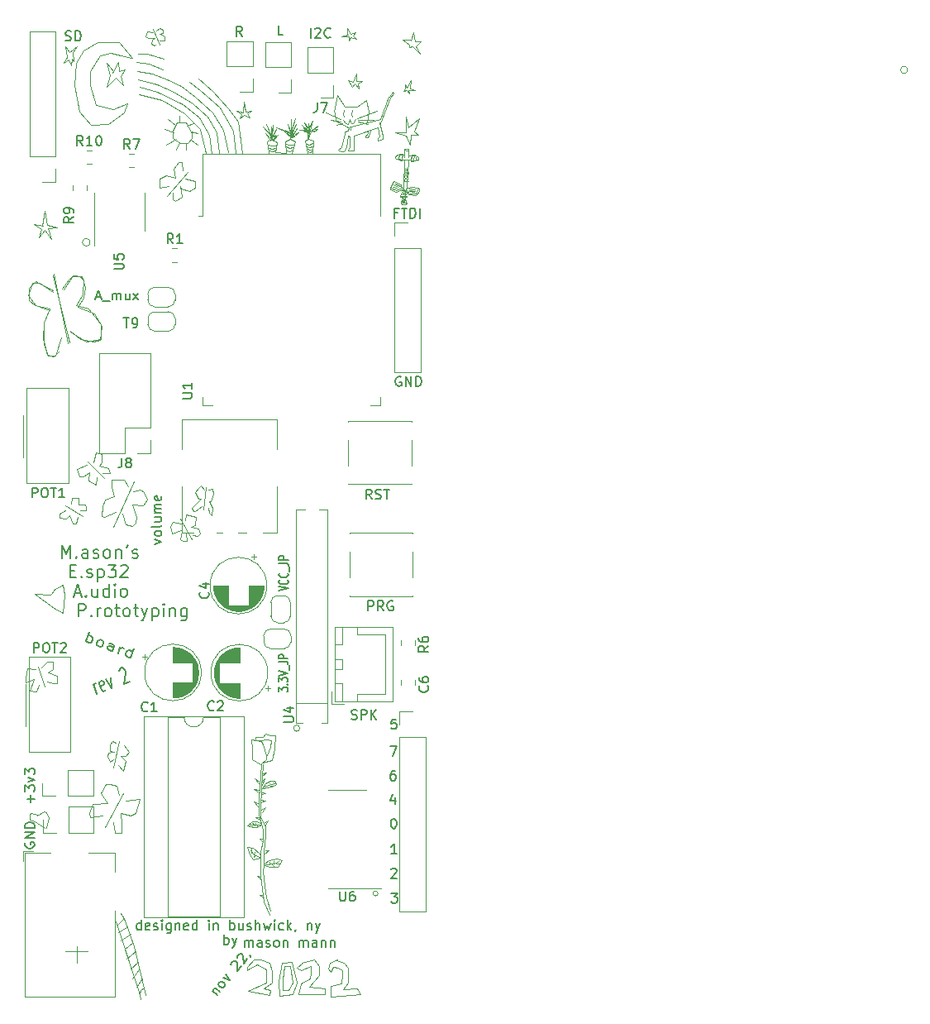
<source format=gbr>
G04 #@! TF.GenerationSoftware,KiCad,Pcbnew,(5.1.2-1)-1*
G04 #@! TF.CreationDate,2023-08-23T14:56:14-04:00*
G04 #@! TF.ProjectId,ESP32_AudioBoard_Rev2,45535033-325f-4417-9564-696f426f6172,rev?*
G04 #@! TF.SameCoordinates,Original*
G04 #@! TF.FileFunction,Legend,Top*
G04 #@! TF.FilePolarity,Positive*
%FSLAX46Y46*%
G04 Gerber Fmt 4.6, Leading zero omitted, Abs format (unit mm)*
G04 Created by KiCad (PCBNEW (5.1.2-1)-1) date 2023-08-23 14:56:14*
%MOMM*%
%LPD*%
G04 APERTURE LIST*
%ADD10C,0.120000*%
%ADD11C,0.150000*%
%ADD12C,0.100000*%
G04 APERTURE END LIST*
D10*
X11740000Y-39460000D02*
X12690000Y-39640000D01*
X12510000Y-39990000D02*
X11740000Y-39460000D01*
X12280000Y-40810000D02*
X12510000Y-39990000D01*
X12920000Y-40070000D02*
X12280000Y-40810000D01*
X13530000Y-40990000D02*
X12920000Y-40070000D01*
X13180000Y-39940000D02*
X13530000Y-40990000D01*
X14120000Y-39790000D02*
X13180000Y-39940000D01*
X13100000Y-39580000D02*
X14120000Y-39790000D01*
X12920000Y-38100000D02*
X13100000Y-39580000D01*
X12590000Y-39690000D02*
X12920000Y-38100000D01*
X14830000Y-22970000D02*
X15140000Y-22430000D01*
X15320000Y-22680000D02*
X14830000Y-22970000D01*
X15610000Y-23240000D02*
X15320000Y-22680000D01*
X15660000Y-22520000D02*
X15610000Y-23240000D01*
X15860000Y-22790000D02*
X15660000Y-22520000D01*
X15770000Y-21900000D02*
X15860000Y-22790000D01*
X16170000Y-21270000D02*
X15770000Y-21900000D01*
X15390000Y-21920000D02*
X16170000Y-21270000D01*
X14960000Y-21290000D02*
X15390000Y-21920000D01*
X15190000Y-22410000D02*
X14960000Y-21290000D01*
X19230000Y-23000000D02*
X19910000Y-23830000D01*
X19610000Y-24230000D02*
X19230000Y-23000000D01*
X19250000Y-25450000D02*
X19610000Y-24230000D01*
X20200000Y-24520000D02*
X19250000Y-25450000D01*
X20920000Y-25270000D02*
X20200000Y-24520000D01*
X20670000Y-24350000D02*
X20920000Y-25270000D01*
X21100000Y-23630000D02*
X20670000Y-24350000D01*
X20510000Y-23870000D02*
X21100000Y-23630000D01*
X20440000Y-22910000D02*
X20510000Y-23870000D01*
X19860000Y-23990000D02*
X20440000Y-22910000D01*
X20690000Y-22190000D02*
X21780000Y-22480000D01*
X19690000Y-21930000D02*
X20690000Y-22190000D01*
X18590000Y-22230000D02*
X19690000Y-21930000D01*
X17540000Y-23800000D02*
X18590000Y-22230000D01*
X17560000Y-25290000D02*
X17540000Y-23800000D01*
X18120000Y-27310000D02*
X17560000Y-25290000D01*
X19950000Y-27690000D02*
X18120000Y-27310000D01*
X21350000Y-27140000D02*
X19950000Y-27690000D01*
X21010000Y-28080000D02*
X21350000Y-27140000D01*
X19440000Y-29250000D02*
X21010000Y-28080000D01*
X17590000Y-29310000D02*
X19440000Y-29250000D01*
X16480000Y-27990000D02*
X17590000Y-29310000D01*
X15930000Y-25250000D02*
X16480000Y-27990000D01*
X16120000Y-22970000D02*
X15930000Y-25250000D01*
X16880000Y-21740000D02*
X16100000Y-22950000D01*
X18310000Y-20870000D02*
X16880000Y-21740000D01*
X20520000Y-20850000D02*
X18310000Y-20870000D01*
X21820000Y-22480000D02*
X20520000Y-20850000D01*
X13820000Y-53080000D02*
X14380000Y-52450000D01*
X13110000Y-52840000D02*
X13820000Y-53080000D01*
X12680000Y-51140000D02*
X13110000Y-52840000D01*
X12780000Y-49580000D02*
X12680000Y-51140000D01*
X13420000Y-48120000D02*
X12780000Y-49580000D01*
X11880000Y-47810000D02*
X13420000Y-48120000D01*
X11300000Y-47250000D02*
X11880000Y-47810000D01*
X11310000Y-45980000D02*
X11300000Y-47250000D01*
X11990000Y-45310000D02*
X11310000Y-45980000D01*
X13700000Y-46300000D02*
X11990000Y-45310000D01*
X15440000Y-51620000D02*
X13740000Y-44730000D01*
X16510000Y-51250000D02*
X15520000Y-50390000D01*
X17860000Y-51490000D02*
X16510000Y-51250000D01*
X18590000Y-51320000D02*
X17860000Y-51490000D01*
X18690000Y-49940000D02*
X18590000Y-51320000D01*
X17960000Y-48630000D02*
X18690000Y-49940000D01*
X16240000Y-47960000D02*
X17960000Y-48630000D01*
X16850000Y-46990000D02*
X16240000Y-47960000D01*
X17040000Y-45920000D02*
X16850000Y-46990000D01*
X16730000Y-44860000D02*
X17040000Y-45920000D01*
X15770000Y-44780000D02*
X16730000Y-44860000D01*
X14840000Y-46160000D02*
X15770000Y-44780000D01*
X12390000Y-45480000D02*
X13700000Y-46410000D01*
X11630000Y-45480000D02*
X12390000Y-45480000D01*
X11220000Y-46790000D02*
X11630000Y-45480000D01*
X11910000Y-47820000D02*
X11220000Y-46790000D01*
X13350000Y-48260000D02*
X11910000Y-47820000D01*
X15310000Y-45140000D02*
X14690000Y-46130000D01*
X15790000Y-44860000D02*
X15310000Y-45140000D01*
X16450000Y-44860000D02*
X15790000Y-44860000D01*
X16860000Y-45200000D02*
X16450000Y-44860000D01*
X16790000Y-46720000D02*
X16860000Y-45200000D01*
X16100000Y-47750000D02*
X16790000Y-46720000D01*
X17380000Y-48130000D02*
X16100000Y-47750000D01*
X18610000Y-49780000D02*
X17380000Y-48130000D01*
X18650000Y-51220000D02*
X18610000Y-49780000D01*
X17100000Y-51530000D02*
X18650000Y-51220000D01*
X15490000Y-50500000D02*
X17100000Y-51530000D01*
X13970000Y-52940000D02*
X14560000Y-51120000D01*
X13250000Y-52980000D02*
X13970000Y-52940000D01*
X12840000Y-51810000D02*
X13250000Y-52980000D01*
X12840000Y-49610000D02*
X12840000Y-51810000D01*
X13280000Y-48260000D02*
X12840000Y-49610000D01*
X15280000Y-51700000D02*
X13800000Y-44590000D01*
D11*
X18254282Y-87554622D02*
X17889460Y-86552283D01*
X17993695Y-86838665D02*
X17986325Y-86679187D01*
X18005013Y-86591305D01*
X18068449Y-86487136D01*
X18157944Y-86454563D01*
X19167916Y-87141006D02*
X19104480Y-87245175D01*
X18925491Y-87310321D01*
X18809937Y-87271299D01*
X18713073Y-87144395D01*
X18504603Y-86571630D01*
X18497233Y-86412152D01*
X18560669Y-86307983D01*
X18739658Y-86242836D01*
X18855211Y-86281858D01*
X18952076Y-86408763D01*
X19004193Y-86551954D01*
X18608838Y-86858012D01*
X19187131Y-86079969D02*
X19775689Y-87000875D01*
X19634604Y-85917102D01*
X20533497Y-85184531D02*
X20552186Y-85096649D01*
X20615622Y-84992480D01*
X20839358Y-84911046D01*
X20954911Y-84950068D01*
X21025717Y-85005377D01*
X21122582Y-85132282D01*
X21174699Y-85275473D01*
X21208128Y-85506547D01*
X20983865Y-86561134D01*
X21565579Y-86349408D01*
X20958095Y-49092380D02*
X21529523Y-49092380D01*
X21243809Y-50092380D02*
X21243809Y-49092380D01*
X21910476Y-50092380D02*
X22100952Y-50092380D01*
X22196190Y-50044761D01*
X22243809Y-49997142D01*
X22339047Y-49854285D01*
X22386666Y-49663809D01*
X22386666Y-49282857D01*
X22339047Y-49187619D01*
X22291428Y-49140000D01*
X22196190Y-49092380D01*
X22005714Y-49092380D01*
X21910476Y-49140000D01*
X21862857Y-49187619D01*
X21815238Y-49282857D01*
X21815238Y-49520952D01*
X21862857Y-49616190D01*
X21910476Y-49663809D01*
X22005714Y-49711428D01*
X22196190Y-49711428D01*
X22291428Y-49663809D01*
X22339047Y-49616190D01*
X22386666Y-49520952D01*
X18157142Y-46946666D02*
X18633333Y-46946666D01*
X18061904Y-47232380D02*
X18395238Y-46232380D01*
X18728571Y-47232380D01*
X18823809Y-47327619D02*
X19585714Y-47327619D01*
X19823809Y-47232380D02*
X19823809Y-46565714D01*
X19823809Y-46660952D02*
X19871428Y-46613333D01*
X19966666Y-46565714D01*
X20109523Y-46565714D01*
X20204761Y-46613333D01*
X20252380Y-46708571D01*
X20252380Y-47232380D01*
X20252380Y-46708571D02*
X20300000Y-46613333D01*
X20395238Y-46565714D01*
X20538095Y-46565714D01*
X20633333Y-46613333D01*
X20680952Y-46708571D01*
X20680952Y-47232380D01*
X21585714Y-46565714D02*
X21585714Y-47232380D01*
X21157142Y-46565714D02*
X21157142Y-47089523D01*
X21204761Y-47184761D01*
X21300000Y-47232380D01*
X21442857Y-47232380D01*
X21538095Y-47184761D01*
X21585714Y-47137142D01*
X21966666Y-47232380D02*
X22490476Y-46565714D01*
X21966666Y-46565714D02*
X22490476Y-47232380D01*
X17077504Y-82198778D02*
X17419524Y-81259085D01*
X17289231Y-81617063D02*
X17421860Y-81614661D01*
X17654546Y-81699352D01*
X17754602Y-81786445D01*
X17796487Y-81852365D01*
X17822085Y-81963032D01*
X17724365Y-82231516D01*
X17633620Y-82299837D01*
X17559162Y-82323412D01*
X17426533Y-82325814D01*
X17193847Y-82241123D01*
X17093791Y-82154031D01*
X18357276Y-82664577D02*
X18257220Y-82577484D01*
X18215335Y-82511564D01*
X18189737Y-82400897D01*
X18287457Y-82132413D01*
X18378202Y-82064091D01*
X18452660Y-82040517D01*
X18585289Y-82038115D01*
X18759804Y-82101633D01*
X18859860Y-82188726D01*
X18901745Y-82254646D01*
X18927343Y-82365313D01*
X18829623Y-82633796D01*
X18738878Y-82702118D01*
X18664420Y-82725693D01*
X18531790Y-82728095D01*
X18357276Y-82664577D01*
X19811562Y-83193894D02*
X19990715Y-82701674D01*
X19965117Y-82591006D01*
X19865061Y-82503914D01*
X19632375Y-82419223D01*
X19499746Y-82421625D01*
X19827849Y-83149146D02*
X19695219Y-83151548D01*
X19404362Y-83045685D01*
X19304306Y-82958592D01*
X19278708Y-82847925D01*
X19311281Y-82758431D01*
X19402026Y-82690109D01*
X19534655Y-82687707D01*
X19825512Y-82793570D01*
X19958142Y-82791168D01*
X20393276Y-83405620D02*
X20621290Y-82779159D01*
X20556143Y-82958148D02*
X20646888Y-82889826D01*
X20721346Y-82866251D01*
X20853976Y-82863849D01*
X20970319Y-82906195D01*
X21673048Y-83871419D02*
X22015068Y-82931727D01*
X21689335Y-83826672D02*
X21556705Y-83829074D01*
X21324020Y-83744383D01*
X21223963Y-83657291D01*
X21182079Y-83591371D01*
X21156481Y-83480703D01*
X21254201Y-83212220D01*
X21344945Y-83143898D01*
X21419403Y-83120323D01*
X21552033Y-83117921D01*
X21784719Y-83202612D01*
X21884775Y-83289705D01*
X16359523Y-79648095D02*
X16359523Y-78348095D01*
X16854761Y-78348095D01*
X16978571Y-78410000D01*
X17040476Y-78471904D01*
X17102380Y-78595714D01*
X17102380Y-78781428D01*
X17040476Y-78905238D01*
X16978571Y-78967142D01*
X16854761Y-79029047D01*
X16359523Y-79029047D01*
X17659523Y-79524285D02*
X17721428Y-79586190D01*
X17659523Y-79648095D01*
X17597619Y-79586190D01*
X17659523Y-79524285D01*
X17659523Y-79648095D01*
X18278571Y-79648095D02*
X18278571Y-78781428D01*
X18278571Y-79029047D02*
X18340476Y-78905238D01*
X18402380Y-78843333D01*
X18526190Y-78781428D01*
X18650000Y-78781428D01*
X19269047Y-79648095D02*
X19145238Y-79586190D01*
X19083333Y-79524285D01*
X19021428Y-79400476D01*
X19021428Y-79029047D01*
X19083333Y-78905238D01*
X19145238Y-78843333D01*
X19269047Y-78781428D01*
X19454761Y-78781428D01*
X19578571Y-78843333D01*
X19640476Y-78905238D01*
X19702380Y-79029047D01*
X19702380Y-79400476D01*
X19640476Y-79524285D01*
X19578571Y-79586190D01*
X19454761Y-79648095D01*
X19269047Y-79648095D01*
X20073809Y-78781428D02*
X20569047Y-78781428D01*
X20259523Y-78348095D02*
X20259523Y-79462380D01*
X20321428Y-79586190D01*
X20445238Y-79648095D01*
X20569047Y-79648095D01*
X21188095Y-79648095D02*
X21064285Y-79586190D01*
X21002380Y-79524285D01*
X20940476Y-79400476D01*
X20940476Y-79029047D01*
X21002380Y-78905238D01*
X21064285Y-78843333D01*
X21188095Y-78781428D01*
X21373809Y-78781428D01*
X21497619Y-78843333D01*
X21559523Y-78905238D01*
X21621428Y-79029047D01*
X21621428Y-79400476D01*
X21559523Y-79524285D01*
X21497619Y-79586190D01*
X21373809Y-79648095D01*
X21188095Y-79648095D01*
X21992857Y-78781428D02*
X22488095Y-78781428D01*
X22178571Y-78348095D02*
X22178571Y-79462380D01*
X22240476Y-79586190D01*
X22364285Y-79648095D01*
X22488095Y-79648095D01*
X22797619Y-78781428D02*
X23107142Y-79648095D01*
X23416666Y-78781428D02*
X23107142Y-79648095D01*
X22983333Y-79957619D01*
X22921428Y-80019523D01*
X22797619Y-80081428D01*
X23911904Y-78781428D02*
X23911904Y-80081428D01*
X23911904Y-78843333D02*
X24035714Y-78781428D01*
X24283333Y-78781428D01*
X24407142Y-78843333D01*
X24469047Y-78905238D01*
X24530952Y-79029047D01*
X24530952Y-79400476D01*
X24469047Y-79524285D01*
X24407142Y-79586190D01*
X24283333Y-79648095D01*
X24035714Y-79648095D01*
X23911904Y-79586190D01*
X25088095Y-79648095D02*
X25088095Y-78781428D01*
X25088095Y-78348095D02*
X25026190Y-78410000D01*
X25088095Y-78471904D01*
X25150000Y-78410000D01*
X25088095Y-78348095D01*
X25088095Y-78471904D01*
X25707142Y-78781428D02*
X25707142Y-79648095D01*
X25707142Y-78905238D02*
X25769047Y-78843333D01*
X25892857Y-78781428D01*
X26078571Y-78781428D01*
X26202380Y-78843333D01*
X26264285Y-78967142D01*
X26264285Y-79648095D01*
X27440476Y-78781428D02*
X27440476Y-79833809D01*
X27378571Y-79957619D01*
X27316666Y-80019523D01*
X27192857Y-80081428D01*
X27007142Y-80081428D01*
X26883333Y-80019523D01*
X27440476Y-79586190D02*
X27316666Y-79648095D01*
X27069047Y-79648095D01*
X26945238Y-79586190D01*
X26883333Y-79524285D01*
X26821428Y-79400476D01*
X26821428Y-79029047D01*
X26883333Y-78905238D01*
X26945238Y-78843333D01*
X27069047Y-78781428D01*
X27316666Y-78781428D01*
X27440476Y-78843333D01*
X15947142Y-77286666D02*
X16566190Y-77286666D01*
X15823333Y-77658095D02*
X16256666Y-76358095D01*
X16690000Y-77658095D01*
X17123333Y-77534285D02*
X17185238Y-77596190D01*
X17123333Y-77658095D01*
X17061428Y-77596190D01*
X17123333Y-77534285D01*
X17123333Y-77658095D01*
X18299523Y-76791428D02*
X18299523Y-77658095D01*
X17742380Y-76791428D02*
X17742380Y-77472380D01*
X17804285Y-77596190D01*
X17928095Y-77658095D01*
X18113809Y-77658095D01*
X18237619Y-77596190D01*
X18299523Y-77534285D01*
X19475714Y-77658095D02*
X19475714Y-76358095D01*
X19475714Y-77596190D02*
X19351904Y-77658095D01*
X19104285Y-77658095D01*
X18980476Y-77596190D01*
X18918571Y-77534285D01*
X18856666Y-77410476D01*
X18856666Y-77039047D01*
X18918571Y-76915238D01*
X18980476Y-76853333D01*
X19104285Y-76791428D01*
X19351904Y-76791428D01*
X19475714Y-76853333D01*
X20094761Y-77658095D02*
X20094761Y-76791428D01*
X20094761Y-76358095D02*
X20032857Y-76420000D01*
X20094761Y-76481904D01*
X20156666Y-76420000D01*
X20094761Y-76358095D01*
X20094761Y-76481904D01*
X20899523Y-77658095D02*
X20775714Y-77596190D01*
X20713809Y-77534285D01*
X20651904Y-77410476D01*
X20651904Y-77039047D01*
X20713809Y-76915238D01*
X20775714Y-76853333D01*
X20899523Y-76791428D01*
X21085238Y-76791428D01*
X21209047Y-76853333D01*
X21270952Y-76915238D01*
X21332857Y-77039047D01*
X21332857Y-77410476D01*
X21270952Y-77534285D01*
X21209047Y-77596190D01*
X21085238Y-77658095D01*
X20899523Y-77658095D01*
X15479523Y-74977142D02*
X15912857Y-74977142D01*
X16098571Y-75658095D02*
X15479523Y-75658095D01*
X15479523Y-74358095D01*
X16098571Y-74358095D01*
X16655714Y-75534285D02*
X16717619Y-75596190D01*
X16655714Y-75658095D01*
X16593809Y-75596190D01*
X16655714Y-75534285D01*
X16655714Y-75658095D01*
X17212857Y-75596190D02*
X17336666Y-75658095D01*
X17584285Y-75658095D01*
X17708095Y-75596190D01*
X17770000Y-75472380D01*
X17770000Y-75410476D01*
X17708095Y-75286666D01*
X17584285Y-75224761D01*
X17398571Y-75224761D01*
X17274761Y-75162857D01*
X17212857Y-75039047D01*
X17212857Y-74977142D01*
X17274761Y-74853333D01*
X17398571Y-74791428D01*
X17584285Y-74791428D01*
X17708095Y-74853333D01*
X18327142Y-74791428D02*
X18327142Y-76091428D01*
X18327142Y-74853333D02*
X18450952Y-74791428D01*
X18698571Y-74791428D01*
X18822380Y-74853333D01*
X18884285Y-74915238D01*
X18946190Y-75039047D01*
X18946190Y-75410476D01*
X18884285Y-75534285D01*
X18822380Y-75596190D01*
X18698571Y-75658095D01*
X18450952Y-75658095D01*
X18327142Y-75596190D01*
X19379523Y-74358095D02*
X20184285Y-74358095D01*
X19750952Y-74853333D01*
X19936666Y-74853333D01*
X20060476Y-74915238D01*
X20122380Y-74977142D01*
X20184285Y-75100952D01*
X20184285Y-75410476D01*
X20122380Y-75534285D01*
X20060476Y-75596190D01*
X19936666Y-75658095D01*
X19565238Y-75658095D01*
X19441428Y-75596190D01*
X19379523Y-75534285D01*
X20679523Y-74481904D02*
X20741428Y-74420000D01*
X20865238Y-74358095D01*
X21174761Y-74358095D01*
X21298571Y-74420000D01*
X21360476Y-74481904D01*
X21422380Y-74605714D01*
X21422380Y-74729523D01*
X21360476Y-74915238D01*
X20617619Y-75658095D01*
X21422380Y-75658095D01*
X14650952Y-73658095D02*
X14650952Y-72358095D01*
X15084285Y-73286666D01*
X15517619Y-72358095D01*
X15517619Y-73658095D01*
X16136666Y-73534285D02*
X16198571Y-73596190D01*
X16136666Y-73658095D01*
X16074761Y-73596190D01*
X16136666Y-73534285D01*
X16136666Y-73658095D01*
X17312857Y-73658095D02*
X17312857Y-72977142D01*
X17250952Y-72853333D01*
X17127142Y-72791428D01*
X16879523Y-72791428D01*
X16755714Y-72853333D01*
X17312857Y-73596190D02*
X17189047Y-73658095D01*
X16879523Y-73658095D01*
X16755714Y-73596190D01*
X16693809Y-73472380D01*
X16693809Y-73348571D01*
X16755714Y-73224761D01*
X16879523Y-73162857D01*
X17189047Y-73162857D01*
X17312857Y-73100952D01*
X17870000Y-73596190D02*
X17993809Y-73658095D01*
X18241428Y-73658095D01*
X18365238Y-73596190D01*
X18427142Y-73472380D01*
X18427142Y-73410476D01*
X18365238Y-73286666D01*
X18241428Y-73224761D01*
X18055714Y-73224761D01*
X17931904Y-73162857D01*
X17870000Y-73039047D01*
X17870000Y-72977142D01*
X17931904Y-72853333D01*
X18055714Y-72791428D01*
X18241428Y-72791428D01*
X18365238Y-72853333D01*
X19170000Y-73658095D02*
X19046190Y-73596190D01*
X18984285Y-73534285D01*
X18922380Y-73410476D01*
X18922380Y-73039047D01*
X18984285Y-72915238D01*
X19046190Y-72853333D01*
X19170000Y-72791428D01*
X19355714Y-72791428D01*
X19479523Y-72853333D01*
X19541428Y-72915238D01*
X19603333Y-73039047D01*
X19603333Y-73410476D01*
X19541428Y-73534285D01*
X19479523Y-73596190D01*
X19355714Y-73658095D01*
X19170000Y-73658095D01*
X20160476Y-72791428D02*
X20160476Y-73658095D01*
X20160476Y-72915238D02*
X20222380Y-72853333D01*
X20346190Y-72791428D01*
X20531904Y-72791428D01*
X20655714Y-72853333D01*
X20717619Y-72977142D01*
X20717619Y-73658095D01*
X21398571Y-72358095D02*
X21274761Y-72605714D01*
X21893809Y-73596190D02*
X22017619Y-73658095D01*
X22265238Y-73658095D01*
X22389047Y-73596190D01*
X22450952Y-73472380D01*
X22450952Y-73410476D01*
X22389047Y-73286666D01*
X22265238Y-73224761D01*
X22079523Y-73224761D01*
X21955714Y-73162857D01*
X21893809Y-73039047D01*
X21893809Y-72977142D01*
X21955714Y-72853333D01*
X22079523Y-72791428D01*
X22265238Y-72791428D01*
X22389047Y-72853333D01*
X24165714Y-72220000D02*
X24832380Y-71981904D01*
X24165714Y-71743809D01*
X24832380Y-71220000D02*
X24784761Y-71315238D01*
X24737142Y-71362857D01*
X24641904Y-71410476D01*
X24356190Y-71410476D01*
X24260952Y-71362857D01*
X24213333Y-71315238D01*
X24165714Y-71220000D01*
X24165714Y-71077142D01*
X24213333Y-70981904D01*
X24260952Y-70934285D01*
X24356190Y-70886666D01*
X24641904Y-70886666D01*
X24737142Y-70934285D01*
X24784761Y-70981904D01*
X24832380Y-71077142D01*
X24832380Y-71220000D01*
X24832380Y-70315238D02*
X24784761Y-70410476D01*
X24689523Y-70458095D01*
X23832380Y-70458095D01*
X24165714Y-69505714D02*
X24832380Y-69505714D01*
X24165714Y-69934285D02*
X24689523Y-69934285D01*
X24784761Y-69886666D01*
X24832380Y-69791428D01*
X24832380Y-69648571D01*
X24784761Y-69553333D01*
X24737142Y-69505714D01*
X24832380Y-69029523D02*
X24165714Y-69029523D01*
X24260952Y-69029523D02*
X24213333Y-68981904D01*
X24165714Y-68886666D01*
X24165714Y-68743809D01*
X24213333Y-68648571D01*
X24308571Y-68600952D01*
X24832380Y-68600952D01*
X24308571Y-68600952D02*
X24213333Y-68553333D01*
X24165714Y-68458095D01*
X24165714Y-68315238D01*
X24213333Y-68220000D01*
X24308571Y-68172380D01*
X24832380Y-68172380D01*
X24784761Y-67315238D02*
X24832380Y-67410476D01*
X24832380Y-67600952D01*
X24784761Y-67696190D01*
X24689523Y-67743809D01*
X24308571Y-67743809D01*
X24213333Y-67696190D01*
X24165714Y-67600952D01*
X24165714Y-67410476D01*
X24213333Y-67315238D01*
X24308571Y-67267619D01*
X24403809Y-67267619D01*
X24499047Y-67743809D01*
X11481428Y-98684285D02*
X11481428Y-97922380D01*
X11862380Y-98303333D02*
X11100476Y-98303333D01*
X10862380Y-97541428D02*
X10862380Y-96922380D01*
X11243333Y-97255714D01*
X11243333Y-97112857D01*
X11290952Y-97017619D01*
X11338571Y-96970000D01*
X11433809Y-96922380D01*
X11671904Y-96922380D01*
X11767142Y-96970000D01*
X11814761Y-97017619D01*
X11862380Y-97112857D01*
X11862380Y-97398571D01*
X11814761Y-97493809D01*
X11767142Y-97541428D01*
X11195714Y-96589047D02*
X11862380Y-96350952D01*
X11195714Y-96112857D01*
X10862380Y-95827142D02*
X10862380Y-95208095D01*
X11243333Y-95541428D01*
X11243333Y-95398571D01*
X11290952Y-95303333D01*
X11338571Y-95255714D01*
X11433809Y-95208095D01*
X11671904Y-95208095D01*
X11767142Y-95255714D01*
X11814761Y-95303333D01*
X11862380Y-95398571D01*
X11862380Y-95684285D01*
X11814761Y-95779523D01*
X11767142Y-95827142D01*
D10*
X17546232Y-41350000D02*
G75*
G03X17546232Y-41350000I-396232J0D01*
G01*
D11*
X15024285Y-20674761D02*
X15167142Y-20722380D01*
X15405238Y-20722380D01*
X15500476Y-20674761D01*
X15548095Y-20627142D01*
X15595714Y-20531904D01*
X15595714Y-20436666D01*
X15548095Y-20341428D01*
X15500476Y-20293809D01*
X15405238Y-20246190D01*
X15214761Y-20198571D01*
X15119523Y-20150952D01*
X15071904Y-20103333D01*
X15024285Y-20008095D01*
X15024285Y-19912857D01*
X15071904Y-19817619D01*
X15119523Y-19770000D01*
X15214761Y-19722380D01*
X15452857Y-19722380D01*
X15595714Y-19770000D01*
X16024285Y-20722380D02*
X16024285Y-19722380D01*
X16262380Y-19722380D01*
X16405238Y-19770000D01*
X16500476Y-19865238D01*
X16548095Y-19960476D01*
X16595714Y-20150952D01*
X16595714Y-20293809D01*
X16548095Y-20484285D01*
X16500476Y-20579523D01*
X16405238Y-20674761D01*
X16262380Y-20722380D01*
X16024285Y-20722380D01*
X33119523Y-20242380D02*
X32786190Y-19766190D01*
X32548095Y-20242380D02*
X32548095Y-19242380D01*
X32929047Y-19242380D01*
X33024285Y-19290000D01*
X33071904Y-19337619D01*
X33119523Y-19432857D01*
X33119523Y-19575714D01*
X33071904Y-19670952D01*
X33024285Y-19718571D01*
X32929047Y-19766190D01*
X32548095Y-19766190D01*
X37279523Y-20132380D02*
X36803333Y-20132380D01*
X36803333Y-19132380D01*
X40153809Y-20412380D02*
X40153809Y-19412380D01*
X40582380Y-19507619D02*
X40630000Y-19460000D01*
X40725238Y-19412380D01*
X40963333Y-19412380D01*
X41058571Y-19460000D01*
X41106190Y-19507619D01*
X41153809Y-19602857D01*
X41153809Y-19698095D01*
X41106190Y-19840952D01*
X40534761Y-20412380D01*
X41153809Y-20412380D01*
X42153809Y-20317142D02*
X42106190Y-20364761D01*
X41963333Y-20412380D01*
X41868095Y-20412380D01*
X41725238Y-20364761D01*
X41630000Y-20269523D01*
X41582380Y-20174285D01*
X41534761Y-19983809D01*
X41534761Y-19840952D01*
X41582380Y-19650476D01*
X41630000Y-19555238D01*
X41725238Y-19460000D01*
X41868095Y-19412380D01*
X41963333Y-19412380D01*
X42106190Y-19460000D01*
X42153809Y-19507619D01*
X46018095Y-79052380D02*
X46018095Y-78052380D01*
X46399047Y-78052380D01*
X46494285Y-78100000D01*
X46541904Y-78147619D01*
X46589523Y-78242857D01*
X46589523Y-78385714D01*
X46541904Y-78480952D01*
X46494285Y-78528571D01*
X46399047Y-78576190D01*
X46018095Y-78576190D01*
X47589523Y-79052380D02*
X47256190Y-78576190D01*
X47018095Y-79052380D02*
X47018095Y-78052380D01*
X47399047Y-78052380D01*
X47494285Y-78100000D01*
X47541904Y-78147619D01*
X47589523Y-78242857D01*
X47589523Y-78385714D01*
X47541904Y-78480952D01*
X47494285Y-78528571D01*
X47399047Y-78576190D01*
X47018095Y-78576190D01*
X48541904Y-78100000D02*
X48446666Y-78052380D01*
X48303809Y-78052380D01*
X48160952Y-78100000D01*
X48065714Y-78195238D01*
X48018095Y-78290476D01*
X47970476Y-78480952D01*
X47970476Y-78623809D01*
X48018095Y-78814285D01*
X48065714Y-78909523D01*
X48160952Y-79004761D01*
X48303809Y-79052380D01*
X48399047Y-79052380D01*
X48541904Y-79004761D01*
X48589523Y-78957142D01*
X48589523Y-78623809D01*
X48399047Y-78623809D01*
X46382380Y-67632380D02*
X46049047Y-67156190D01*
X45810952Y-67632380D02*
X45810952Y-66632380D01*
X46191904Y-66632380D01*
X46287142Y-66680000D01*
X46334761Y-66727619D01*
X46382380Y-66822857D01*
X46382380Y-66965714D01*
X46334761Y-67060952D01*
X46287142Y-67108571D01*
X46191904Y-67156190D01*
X45810952Y-67156190D01*
X46763333Y-67584761D02*
X46906190Y-67632380D01*
X47144285Y-67632380D01*
X47239523Y-67584761D01*
X47287142Y-67537142D01*
X47334761Y-67441904D01*
X47334761Y-67346666D01*
X47287142Y-67251428D01*
X47239523Y-67203809D01*
X47144285Y-67156190D01*
X46953809Y-67108571D01*
X46858571Y-67060952D01*
X46810952Y-67013333D01*
X46763333Y-66918095D01*
X46763333Y-66822857D01*
X46810952Y-66727619D01*
X46858571Y-66680000D01*
X46953809Y-66632380D01*
X47191904Y-66632380D01*
X47334761Y-66680000D01*
X47620476Y-66632380D02*
X48191904Y-66632380D01*
X47906190Y-67632380D02*
X47906190Y-66632380D01*
D10*
X26130000Y-30130000D02*
X25130000Y-29730000D01*
X25350000Y-31350000D02*
X26310000Y-30780000D01*
X26650000Y-31090000D02*
X26330000Y-31860000D01*
X27330000Y-31230000D02*
X27330000Y-31880000D01*
X27880000Y-30820000D02*
X28510000Y-31370000D01*
X27880000Y-30030000D02*
X28550000Y-30190000D01*
X27470000Y-29440000D02*
X28160000Y-29200000D01*
X26680000Y-29030000D02*
X26680000Y-28380000D01*
X26230000Y-29320000D02*
X25520000Y-28730000D01*
X27940000Y-30150000D02*
X27350000Y-29110000D01*
X27940000Y-30680000D02*
X27940000Y-30150000D01*
X27570000Y-31210000D02*
X27940000Y-30680000D01*
X26760000Y-31210000D02*
X27570000Y-31210000D01*
X26020000Y-30660000D02*
X26760000Y-31210000D01*
X26020000Y-29890000D02*
X26020000Y-30660000D01*
X26470000Y-29050000D02*
X26020000Y-29890000D01*
X27370000Y-29050000D02*
X26470000Y-29050000D01*
X24160000Y-21230000D02*
X24280000Y-21030000D01*
X23820000Y-21070000D02*
X24160000Y-21230000D01*
X23860000Y-20630000D02*
X23820000Y-21070000D01*
X24180000Y-20410000D02*
X23860000Y-20630000D01*
X23460000Y-20410000D02*
X24180000Y-20410000D01*
X23190000Y-20250000D02*
X23460000Y-20410000D01*
X23420000Y-19750000D02*
X23190000Y-20250000D01*
X23940000Y-19830000D02*
X23420000Y-19750000D01*
X25160000Y-20710000D02*
X24680000Y-20670000D01*
X25160000Y-20290000D02*
X25160000Y-20710000D01*
X25060000Y-20190000D02*
X25160000Y-20290000D01*
X24680000Y-20050000D02*
X25060000Y-20190000D01*
X25020000Y-19950000D02*
X24680000Y-20050000D01*
X25020000Y-19570000D02*
X25020000Y-19950000D01*
X24640000Y-19390000D02*
X25020000Y-19570000D01*
X24300000Y-19690000D02*
X24640000Y-19390000D01*
X24680000Y-21090000D02*
X23940000Y-19510000D01*
D11*
X31274761Y-113212380D02*
X31274761Y-112212380D01*
X31274761Y-112593333D02*
X31370000Y-112545714D01*
X31560476Y-112545714D01*
X31655714Y-112593333D01*
X31703333Y-112640952D01*
X31750952Y-112736190D01*
X31750952Y-113021904D01*
X31703333Y-113117142D01*
X31655714Y-113164761D01*
X31560476Y-113212380D01*
X31370000Y-113212380D01*
X31274761Y-113164761D01*
X32084285Y-112545714D02*
X32322380Y-113212380D01*
X32560476Y-112545714D02*
X32322380Y-113212380D01*
X32227142Y-113450476D01*
X32179523Y-113498095D01*
X32084285Y-113545714D01*
X22765238Y-111732380D02*
X22765238Y-110732380D01*
X22765238Y-111684761D02*
X22670000Y-111732380D01*
X22479523Y-111732380D01*
X22384285Y-111684761D01*
X22336666Y-111637142D01*
X22289047Y-111541904D01*
X22289047Y-111256190D01*
X22336666Y-111160952D01*
X22384285Y-111113333D01*
X22479523Y-111065714D01*
X22670000Y-111065714D01*
X22765238Y-111113333D01*
X23622380Y-111684761D02*
X23527142Y-111732380D01*
X23336666Y-111732380D01*
X23241428Y-111684761D01*
X23193809Y-111589523D01*
X23193809Y-111208571D01*
X23241428Y-111113333D01*
X23336666Y-111065714D01*
X23527142Y-111065714D01*
X23622380Y-111113333D01*
X23670000Y-111208571D01*
X23670000Y-111303809D01*
X23193809Y-111399047D01*
X24050952Y-111684761D02*
X24146190Y-111732380D01*
X24336666Y-111732380D01*
X24431904Y-111684761D01*
X24479523Y-111589523D01*
X24479523Y-111541904D01*
X24431904Y-111446666D01*
X24336666Y-111399047D01*
X24193809Y-111399047D01*
X24098571Y-111351428D01*
X24050952Y-111256190D01*
X24050952Y-111208571D01*
X24098571Y-111113333D01*
X24193809Y-111065714D01*
X24336666Y-111065714D01*
X24431904Y-111113333D01*
X24908095Y-111732380D02*
X24908095Y-111065714D01*
X24908095Y-110732380D02*
X24860476Y-110780000D01*
X24908095Y-110827619D01*
X24955714Y-110780000D01*
X24908095Y-110732380D01*
X24908095Y-110827619D01*
X25812857Y-111065714D02*
X25812857Y-111875238D01*
X25765238Y-111970476D01*
X25717619Y-112018095D01*
X25622380Y-112065714D01*
X25479523Y-112065714D01*
X25384285Y-112018095D01*
X25812857Y-111684761D02*
X25717619Y-111732380D01*
X25527142Y-111732380D01*
X25431904Y-111684761D01*
X25384285Y-111637142D01*
X25336666Y-111541904D01*
X25336666Y-111256190D01*
X25384285Y-111160952D01*
X25431904Y-111113333D01*
X25527142Y-111065714D01*
X25717619Y-111065714D01*
X25812857Y-111113333D01*
X26289047Y-111065714D02*
X26289047Y-111732380D01*
X26289047Y-111160952D02*
X26336666Y-111113333D01*
X26431904Y-111065714D01*
X26574761Y-111065714D01*
X26670000Y-111113333D01*
X26717619Y-111208571D01*
X26717619Y-111732380D01*
X27574761Y-111684761D02*
X27479523Y-111732380D01*
X27289047Y-111732380D01*
X27193809Y-111684761D01*
X27146190Y-111589523D01*
X27146190Y-111208571D01*
X27193809Y-111113333D01*
X27289047Y-111065714D01*
X27479523Y-111065714D01*
X27574761Y-111113333D01*
X27622380Y-111208571D01*
X27622380Y-111303809D01*
X27146190Y-111399047D01*
X28479523Y-111732380D02*
X28479523Y-110732380D01*
X28479523Y-111684761D02*
X28384285Y-111732380D01*
X28193809Y-111732380D01*
X28098571Y-111684761D01*
X28050952Y-111637142D01*
X28003333Y-111541904D01*
X28003333Y-111256190D01*
X28050952Y-111160952D01*
X28098571Y-111113333D01*
X28193809Y-111065714D01*
X28384285Y-111065714D01*
X28479523Y-111113333D01*
X29717619Y-111732380D02*
X29717619Y-111065714D01*
X29717619Y-110732380D02*
X29670000Y-110780000D01*
X29717619Y-110827619D01*
X29765238Y-110780000D01*
X29717619Y-110732380D01*
X29717619Y-110827619D01*
X30193809Y-111065714D02*
X30193809Y-111732380D01*
X30193809Y-111160952D02*
X30241428Y-111113333D01*
X30336666Y-111065714D01*
X30479523Y-111065714D01*
X30574761Y-111113333D01*
X30622380Y-111208571D01*
X30622380Y-111732380D01*
X31860476Y-111732380D02*
X31860476Y-110732380D01*
X31860476Y-111113333D02*
X31955714Y-111065714D01*
X32146190Y-111065714D01*
X32241428Y-111113333D01*
X32289047Y-111160952D01*
X32336666Y-111256190D01*
X32336666Y-111541904D01*
X32289047Y-111637142D01*
X32241428Y-111684761D01*
X32146190Y-111732380D01*
X31955714Y-111732380D01*
X31860476Y-111684761D01*
X33193809Y-111065714D02*
X33193809Y-111732380D01*
X32765238Y-111065714D02*
X32765238Y-111589523D01*
X32812857Y-111684761D01*
X32908095Y-111732380D01*
X33050952Y-111732380D01*
X33146190Y-111684761D01*
X33193809Y-111637142D01*
X33622380Y-111684761D02*
X33717619Y-111732380D01*
X33908095Y-111732380D01*
X34003333Y-111684761D01*
X34050952Y-111589523D01*
X34050952Y-111541904D01*
X34003333Y-111446666D01*
X33908095Y-111399047D01*
X33765238Y-111399047D01*
X33670000Y-111351428D01*
X33622380Y-111256190D01*
X33622380Y-111208571D01*
X33670000Y-111113333D01*
X33765238Y-111065714D01*
X33908095Y-111065714D01*
X34003333Y-111113333D01*
X34479523Y-111732380D02*
X34479523Y-110732380D01*
X34908095Y-111732380D02*
X34908095Y-111208571D01*
X34860476Y-111113333D01*
X34765238Y-111065714D01*
X34622380Y-111065714D01*
X34527142Y-111113333D01*
X34479523Y-111160952D01*
X35289047Y-111065714D02*
X35479523Y-111732380D01*
X35670000Y-111256190D01*
X35860476Y-111732380D01*
X36050952Y-111065714D01*
X36431904Y-111732380D02*
X36431904Y-111065714D01*
X36431904Y-110732380D02*
X36384285Y-110780000D01*
X36431904Y-110827619D01*
X36479523Y-110780000D01*
X36431904Y-110732380D01*
X36431904Y-110827619D01*
X37336666Y-111684761D02*
X37241428Y-111732380D01*
X37050952Y-111732380D01*
X36955714Y-111684761D01*
X36908095Y-111637142D01*
X36860476Y-111541904D01*
X36860476Y-111256190D01*
X36908095Y-111160952D01*
X36955714Y-111113333D01*
X37050952Y-111065714D01*
X37241428Y-111065714D01*
X37336666Y-111113333D01*
X37765238Y-111732380D02*
X37765238Y-110732380D01*
X37860476Y-111351428D02*
X38146190Y-111732380D01*
X38146190Y-111065714D02*
X37765238Y-111446666D01*
X38622380Y-111684761D02*
X38622380Y-111732380D01*
X38574761Y-111827619D01*
X38527142Y-111875238D01*
X39812857Y-111065714D02*
X39812857Y-111732380D01*
X39812857Y-111160952D02*
X39860476Y-111113333D01*
X39955714Y-111065714D01*
X40098571Y-111065714D01*
X40193809Y-111113333D01*
X40241428Y-111208571D01*
X40241428Y-111732380D01*
X40622380Y-111065714D02*
X40860476Y-111732380D01*
X41098571Y-111065714D02*
X40860476Y-111732380D01*
X40765238Y-111970476D01*
X40717619Y-112018095D01*
X40622380Y-112065714D01*
D10*
X36600000Y-104940000D02*
X36870000Y-104940000D01*
X36140000Y-104990000D02*
X36320000Y-105160000D01*
X36310000Y-104870000D02*
X36310000Y-104720000D01*
X35930000Y-104920000D02*
X35930000Y-104770000D01*
X36390000Y-104970000D02*
X36870000Y-104690000D01*
X35520000Y-105030000D02*
X36390000Y-104970000D01*
X34400000Y-104060000D02*
X34300000Y-104230000D01*
X34150000Y-103850000D02*
X34030000Y-103870000D01*
X34350000Y-103850000D02*
X34350000Y-103720000D01*
X34090000Y-103580000D02*
X34090000Y-103430000D01*
X34260000Y-103900000D02*
X33940000Y-103550000D01*
X35000000Y-104310000D02*
X34260000Y-103900000D01*
X34860000Y-103900000D02*
X34980000Y-104210000D01*
X34180000Y-103310000D02*
X34860000Y-103900000D01*
X33630000Y-103220000D02*
X34180000Y-103310000D01*
X33890000Y-104040000D02*
X33630000Y-103220000D01*
X34250000Y-104500000D02*
X33890000Y-104040000D01*
X34960000Y-104310000D02*
X34250000Y-104500000D01*
X35930000Y-105320000D02*
X35400000Y-105130000D01*
X36730000Y-105320000D02*
X35930000Y-105320000D01*
X37160000Y-104630000D02*
X36730000Y-105320000D01*
X36660000Y-104400000D02*
X37160000Y-104630000D01*
X35830000Y-104600000D02*
X36660000Y-104400000D01*
X35420000Y-104960000D02*
X35830000Y-104600000D01*
X34890000Y-108170000D02*
X35290000Y-108450000D01*
X35220000Y-108160000D02*
X34890000Y-108170000D01*
X34640000Y-106170000D02*
X35010000Y-106590000D01*
X35010000Y-106300000D02*
X34640000Y-106170000D01*
X35810000Y-103620000D02*
X35430000Y-103920000D01*
X35450000Y-103620000D02*
X35810000Y-103620000D01*
X34860000Y-102390000D02*
X35140000Y-102650000D01*
X35210000Y-102410000D02*
X34860000Y-102390000D01*
X34680000Y-101040000D02*
X34680000Y-101160000D01*
X34360000Y-101000000D02*
X34360000Y-101080000D01*
X34480000Y-100910000D02*
X34480000Y-100750000D01*
X34150000Y-100750000D02*
X34300000Y-100910000D01*
X34320000Y-100930000D02*
X33910000Y-100980000D01*
X34990000Y-100930000D02*
X34320000Y-100930000D01*
X34640000Y-101240000D02*
X35080000Y-100930000D01*
X34270000Y-101240000D02*
X34640000Y-101240000D01*
X33660000Y-101040000D02*
X34270000Y-101240000D01*
X34150000Y-100630000D02*
X33660000Y-101040000D01*
X34660000Y-100630000D02*
X34150000Y-100630000D01*
X35030000Y-100870000D02*
X34660000Y-100630000D01*
X36270000Y-96670000D02*
X36310000Y-96580000D01*
X35960000Y-96960000D02*
X36180000Y-96990000D01*
X35910000Y-96740000D02*
X35970000Y-96610000D01*
X35270000Y-97090000D02*
X36380000Y-96710000D01*
X35590000Y-97180000D02*
X35200000Y-97210000D01*
X36160000Y-97080000D02*
X35590000Y-97180000D01*
X36600000Y-96830000D02*
X36160000Y-97080000D01*
X36440000Y-96450000D02*
X36600000Y-96830000D01*
X35960000Y-96450000D02*
X36440000Y-96450000D01*
X35530000Y-96770000D02*
X35960000Y-96450000D01*
X35110000Y-97250000D02*
X35530000Y-96770000D01*
X34280000Y-98630000D02*
X34700000Y-99080000D01*
X34730000Y-98800000D02*
X34280000Y-98630000D01*
X34480000Y-100230000D02*
X34860000Y-100470000D01*
X34830000Y-100200000D02*
X34480000Y-100230000D01*
X35770000Y-100500000D02*
X35480000Y-100920000D01*
X35300000Y-100750000D02*
X35770000Y-100500000D01*
X35460000Y-99180000D02*
X35110000Y-99650000D01*
X35050000Y-99410000D02*
X35460000Y-99180000D01*
X35460000Y-98510000D02*
X34990000Y-98650000D01*
X35010000Y-98410000D02*
X35460000Y-98510000D01*
X35450000Y-97720000D02*
X35080000Y-97840000D01*
X35110000Y-97630000D02*
X35450000Y-97720000D01*
X34320000Y-97310000D02*
X34770000Y-97670000D01*
X34850000Y-97410000D02*
X34320000Y-97310000D01*
X35410000Y-96240000D02*
X35150000Y-96900000D01*
X35090000Y-96560000D02*
X35410000Y-96240000D01*
X34400000Y-96200000D02*
X34810000Y-96720000D01*
X34860000Y-96600000D02*
X34400000Y-96200000D01*
X35600000Y-95650000D02*
X35190000Y-95990000D01*
X35210000Y-95740000D02*
X35600000Y-95650000D01*
X35550000Y-108450000D02*
X36020000Y-109770000D01*
X35420000Y-107220000D02*
X35550000Y-108450000D01*
X35270000Y-105680000D02*
X35420000Y-107220000D01*
X35360000Y-105080000D02*
X35270000Y-105680000D01*
X35360000Y-103690000D02*
X35360000Y-105080000D01*
X35450000Y-102090000D02*
X35360000Y-103690000D01*
X35450000Y-101110000D02*
X35450000Y-102090000D01*
X35010000Y-100200000D02*
X35450000Y-101110000D01*
X34980000Y-99290000D02*
X35010000Y-100200000D01*
X35050000Y-97240000D02*
X34980000Y-99290000D01*
X35200000Y-94790000D02*
X35050000Y-97240000D01*
X35360000Y-108820000D02*
X35900000Y-110180000D01*
X35010000Y-106120000D02*
X35360000Y-108820000D01*
X35010000Y-103720000D02*
X35010000Y-106120000D01*
X35270000Y-102530000D02*
X35010000Y-103720000D01*
X35250000Y-101490000D02*
X35270000Y-102530000D01*
X34810000Y-99920000D02*
X35250000Y-101490000D01*
X34810000Y-98280000D02*
X34810000Y-99920000D01*
X35030000Y-94820000D02*
X34810000Y-98280000D01*
X34490000Y-91990000D02*
X34490000Y-92210000D01*
X34840000Y-91990000D02*
X34490000Y-91990000D01*
X35220000Y-91990000D02*
X34840000Y-91990000D01*
X35530000Y-91610000D02*
X35220000Y-91990000D01*
X36010000Y-91800000D02*
X35530000Y-91610000D01*
X36480000Y-91800000D02*
X36010000Y-91800000D01*
X36380000Y-93150000D02*
X36480000Y-91800000D01*
X36190000Y-94320000D02*
X36380000Y-93150000D01*
X35160000Y-94630000D02*
X36190000Y-94320000D01*
X35970000Y-93000000D02*
X35660000Y-93880000D01*
X36040000Y-92330000D02*
X35970000Y-93000000D01*
X35660000Y-92210000D02*
X36040000Y-92330000D01*
X34810000Y-92300000D02*
X35660000Y-92210000D01*
X34150000Y-93120000D02*
X34020000Y-92240000D01*
X34150000Y-94250000D02*
X34150000Y-93120000D01*
X34970000Y-94760000D02*
X34150000Y-94250000D01*
X35560000Y-94290000D02*
X34970000Y-94760000D01*
X35560000Y-93880000D02*
X35560000Y-94290000D01*
X35220000Y-92740000D02*
X35560000Y-93880000D01*
X35030000Y-92430000D02*
X35220000Y-92740000D01*
X34590000Y-92300000D02*
X35030000Y-92430000D01*
X34020000Y-92210000D02*
X34590000Y-92300000D01*
X20450000Y-111990000D02*
X21300000Y-111430000D01*
X20640000Y-112810000D02*
X21690000Y-112100000D01*
X21110000Y-113660000D02*
X21820000Y-113040000D01*
X21300000Y-114690000D02*
X22230000Y-113880000D01*
X21710000Y-115720000D02*
X22420000Y-115040000D01*
X21820000Y-116690000D02*
X22570000Y-115740000D01*
X22250000Y-117520000D02*
X22870000Y-116690000D01*
X22700000Y-117910000D02*
X23080000Y-117650000D01*
X22630000Y-118210000D02*
X22700000Y-117910000D01*
X21990000Y-113410000D02*
X23250000Y-118420000D01*
X21130000Y-110750000D02*
X21990000Y-113410000D01*
X20700000Y-110000000D02*
X21130000Y-110750000D01*
X21020000Y-110530000D02*
X20700000Y-110000000D01*
X20340000Y-111180000D02*
X21020000Y-110530000D01*
X22530000Y-118080000D02*
X22680000Y-118810000D01*
X20150000Y-110850000D02*
X22530000Y-118080000D01*
D11*
X30047484Y-117970393D02*
X30558181Y-118398918D01*
X30120441Y-118031610D02*
X30114572Y-117964523D01*
X30139311Y-117860958D01*
X30231138Y-117751523D01*
X30328834Y-117709175D01*
X30432400Y-117733915D01*
X30833661Y-118070613D01*
X31231577Y-117596395D02*
X31133881Y-117638743D01*
X31066794Y-117644612D01*
X30963228Y-117619872D01*
X30744358Y-117436219D01*
X30702011Y-117338523D01*
X30696141Y-117271435D01*
X30720881Y-117167870D01*
X30812708Y-117058435D01*
X30910404Y-117016087D01*
X30977491Y-117010218D01*
X31081057Y-117034957D01*
X31299926Y-117218611D01*
X31342274Y-117316307D01*
X31348143Y-117383394D01*
X31323404Y-117486960D01*
X31231577Y-117596395D01*
X31149406Y-116657174D02*
X31813147Y-116903307D01*
X31455495Y-116292391D01*
X31977109Y-115300345D02*
X31971240Y-115233258D01*
X31995979Y-115129692D01*
X32149024Y-114947300D01*
X32246720Y-114904953D01*
X32313807Y-114899083D01*
X32417373Y-114923823D01*
X32490330Y-114985041D01*
X32569156Y-115113346D01*
X32639588Y-115918393D01*
X33037504Y-115444175D01*
X32589288Y-114570779D02*
X32583418Y-114503691D01*
X32608158Y-114400126D01*
X32761203Y-114217734D01*
X32858899Y-114175387D01*
X32925986Y-114169517D01*
X33029552Y-114194257D01*
X33102508Y-114255475D01*
X33181334Y-114383780D01*
X33251767Y-115188827D01*
X33649683Y-114714609D01*
X33919294Y-114319217D02*
X33955772Y-114349826D01*
X33998120Y-114447522D01*
X34003989Y-114514609D01*
D10*
X43570000Y-115110000D02*
X42810000Y-114850000D01*
X43930000Y-115630000D02*
X43570000Y-115110000D01*
X43930000Y-116480000D02*
X43930000Y-115630000D01*
X43930000Y-117170000D02*
X43930000Y-116480000D01*
X43430000Y-117810000D02*
X43930000Y-117170000D01*
X44900000Y-117710000D02*
X43430000Y-117810000D01*
X45230000Y-118330000D02*
X44900000Y-117710000D01*
X42200000Y-118560000D02*
X45230000Y-118330000D01*
X42200000Y-117480000D02*
X42200000Y-118560000D01*
X43240000Y-117240000D02*
X42200000Y-117480000D01*
X43360000Y-116320000D02*
X43240000Y-117240000D01*
X43380000Y-115840000D02*
X43360000Y-116320000D01*
X42930000Y-115580000D02*
X43380000Y-115840000D01*
X42440000Y-115560000D02*
X42930000Y-115580000D01*
X42180000Y-116030000D02*
X42440000Y-115560000D01*
X41920000Y-115730000D02*
X42180000Y-116030000D01*
X42060000Y-115060000D02*
X41920000Y-115730000D01*
X42860000Y-114800000D02*
X42060000Y-115060000D01*
X38700000Y-115610000D02*
X39290000Y-115110000D01*
X39150000Y-115840000D02*
X38700000Y-115610000D01*
X40120000Y-115420000D02*
X39150000Y-115840000D01*
X40120000Y-116100000D02*
X40120000Y-115420000D01*
X40020000Y-116670000D02*
X40120000Y-116100000D01*
X39100000Y-117190000D02*
X40020000Y-116670000D01*
X38910000Y-118280000D02*
X39100000Y-117190000D01*
X41560000Y-118350000D02*
X38910000Y-118280000D01*
X41610000Y-117690000D02*
X41560000Y-118350000D01*
X40000000Y-117520000D02*
X41610000Y-117690000D01*
X40970000Y-116410000D02*
X40000000Y-117520000D01*
X40990000Y-115460000D02*
X40970000Y-116410000D01*
X40450000Y-114780000D02*
X40990000Y-115460000D01*
X39240000Y-115060000D02*
X40450000Y-114780000D01*
X38300000Y-117100000D02*
X38040000Y-115440000D01*
X37820000Y-117930000D02*
X38300000Y-117100000D01*
X37230000Y-117930000D02*
X37820000Y-117930000D01*
X37230000Y-116810000D02*
X37230000Y-117930000D01*
X37440000Y-115440000D02*
X37230000Y-116810000D01*
X37990000Y-115440000D02*
X37440000Y-115440000D01*
X38670000Y-117120000D02*
X38230000Y-115040000D01*
X38300000Y-118330000D02*
X38670000Y-117120000D01*
X36920000Y-118490000D02*
X38300000Y-118330000D01*
X36850000Y-116980000D02*
X36920000Y-118490000D01*
X37140000Y-115130000D02*
X36850000Y-116980000D01*
X38200000Y-115020000D02*
X37140000Y-115130000D01*
X33640000Y-115510000D02*
X33640000Y-115870000D01*
X34300000Y-114730000D02*
X33640000Y-115510000D01*
X34980000Y-114730000D02*
X34300000Y-114730000D01*
X35930000Y-115130000D02*
X34980000Y-114730000D01*
X36140000Y-115940000D02*
X35930000Y-115130000D01*
X36140000Y-117170000D02*
X36140000Y-115940000D01*
X35340000Y-117740000D02*
X36140000Y-117170000D01*
X35980000Y-117930000D02*
X35340000Y-117740000D01*
X35950000Y-118400000D02*
X35980000Y-117930000D01*
X33710000Y-117950000D02*
X35950000Y-118400000D01*
X35580000Y-117100000D02*
X33710000Y-117950000D01*
X35580000Y-115770000D02*
X35580000Y-117100000D01*
X34630000Y-115250000D02*
X35580000Y-115770000D01*
X33710000Y-115750000D02*
X34630000Y-115250000D01*
X20110000Y-101780000D02*
X19940000Y-100740000D01*
X20770000Y-101780000D02*
X20110000Y-101780000D01*
X20770000Y-100810000D02*
X20770000Y-101780000D01*
X20660000Y-99750000D02*
X20770000Y-100810000D01*
X21700000Y-100020000D02*
X20660000Y-99750000D01*
X22220000Y-99780000D02*
X21700000Y-100020000D01*
X22590000Y-98370000D02*
X22220000Y-99780000D01*
X21180000Y-98510000D02*
X22590000Y-98370000D01*
X17530000Y-100160000D02*
X18800000Y-100020000D01*
X17430000Y-99750000D02*
X17530000Y-100160000D01*
X17770000Y-98880000D02*
X17430000Y-99750000D01*
X19290000Y-98750000D02*
X17770000Y-98880000D01*
X18630000Y-97710000D02*
X19290000Y-98750000D01*
X19150000Y-96820000D02*
X18630000Y-97710000D01*
X19600000Y-96780000D02*
X19150000Y-96820000D01*
X20290000Y-96960000D02*
X19600000Y-96780000D01*
X20490000Y-97920000D02*
X20290000Y-96960000D01*
X12040000Y-87310000D02*
X12280000Y-86650000D01*
X11380000Y-87210000D02*
X12040000Y-87310000D01*
X11790000Y-86030000D02*
X11380000Y-87210000D01*
X10970000Y-86410000D02*
X11790000Y-86030000D01*
X10970000Y-85860000D02*
X10970000Y-86410000D01*
X11140000Y-84930000D02*
X10970000Y-85860000D01*
X11970000Y-85030000D02*
X11140000Y-84930000D01*
X13720000Y-86450000D02*
X13140000Y-86280000D01*
X14140000Y-86450000D02*
X13720000Y-86450000D01*
X14140000Y-85760000D02*
X14140000Y-86450000D01*
X13210000Y-85410000D02*
X14140000Y-85760000D01*
X13760000Y-85070000D02*
X13210000Y-85410000D01*
X13760000Y-84310000D02*
X13760000Y-85070000D01*
X13170000Y-84280000D02*
X13760000Y-84310000D01*
X12550000Y-84860000D02*
X13170000Y-84280000D01*
X12860000Y-86790000D02*
X12170000Y-84760000D01*
X19080000Y-101230000D02*
X20910000Y-97750000D01*
X27450000Y-71960000D02*
X27370000Y-71110000D01*
X27020000Y-71960000D02*
X27450000Y-71960000D01*
X26750000Y-71770000D02*
X27020000Y-71960000D01*
X26900000Y-70880000D02*
X26750000Y-71770000D01*
X25940000Y-71150000D02*
X26830000Y-70800000D01*
X25740000Y-70410000D02*
X25940000Y-71150000D01*
X25980000Y-69990000D02*
X25740000Y-70410000D01*
X26830000Y-70110000D02*
X25980000Y-69990000D01*
X28570000Y-71380000D02*
X28030000Y-71300000D01*
X28800000Y-71190000D02*
X28570000Y-71380000D01*
X28640000Y-70690000D02*
X28800000Y-71190000D01*
X27830000Y-70450000D02*
X28640000Y-70690000D01*
X28300000Y-70300000D02*
X27830000Y-70450000D01*
X28410000Y-69490000D02*
X28300000Y-70300000D01*
X27370000Y-69250000D02*
X28410000Y-69490000D01*
X27290000Y-69800000D02*
X27370000Y-69250000D01*
X28260000Y-68910000D02*
X28990000Y-68400000D01*
X28140000Y-68910000D02*
X28260000Y-68910000D01*
X27990000Y-68520000D02*
X28140000Y-68910000D01*
X28880000Y-67590000D02*
X27990000Y-68520000D01*
X28610000Y-67590000D02*
X28880000Y-67590000D01*
X28300000Y-66900000D02*
X28610000Y-67590000D01*
X28610000Y-66470000D02*
X28300000Y-66900000D01*
X28880000Y-66280000D02*
X28610000Y-66470000D01*
X29190000Y-66660000D02*
X28880000Y-66280000D01*
X29730000Y-69060000D02*
X29610000Y-68520000D01*
X29960000Y-69290000D02*
X29730000Y-69060000D01*
X30080000Y-68560000D02*
X29960000Y-69290000D01*
X29770000Y-67820000D02*
X30080000Y-68560000D01*
X29920000Y-67820000D02*
X29770000Y-67820000D01*
X30190000Y-67090000D02*
X29920000Y-67820000D01*
X30040000Y-66590000D02*
X30190000Y-67090000D01*
X29610000Y-66700000D02*
X30040000Y-66590000D01*
X29150000Y-68670000D02*
X29380000Y-66430000D01*
X27950000Y-71730000D02*
X26790000Y-69640000D01*
X24630000Y-35790000D02*
X25580000Y-35600000D01*
X24630000Y-34810000D02*
X24630000Y-35790000D01*
X25360000Y-34500000D02*
X24630000Y-34810000D01*
X26270000Y-34720000D02*
X25360000Y-34500000D01*
X26080000Y-33830000D02*
X26270000Y-34720000D01*
X26590000Y-33110000D02*
X26080000Y-33830000D01*
X26940000Y-33110000D02*
X26590000Y-33110000D01*
X27030000Y-34020000D02*
X26940000Y-33110000D01*
X26020000Y-36990000D02*
X25990000Y-36300000D01*
X26240000Y-37090000D02*
X26020000Y-36990000D01*
X26900000Y-36680000D02*
X26240000Y-37090000D01*
X26810000Y-35570000D02*
X26900000Y-36680000D01*
X26870000Y-35850000D02*
X26810000Y-35570000D01*
X27730000Y-36110000D02*
X26870000Y-35850000D01*
X28330000Y-35730000D02*
X27730000Y-36110000D01*
X28330000Y-35100000D02*
X28330000Y-35730000D01*
X27310000Y-34810000D02*
X28330000Y-35100000D01*
X25390000Y-36640000D02*
X27500000Y-34120000D01*
X49470000Y-32940000D02*
X49160000Y-32920000D01*
X49180000Y-32260000D02*
X49530000Y-32300000D01*
X50440000Y-32350000D02*
X50820000Y-32390000D01*
X50390000Y-33050000D02*
X50440000Y-32350000D01*
X50660000Y-33070000D02*
X50390000Y-33050000D01*
X50650000Y-32840000D02*
X50660000Y-33070000D01*
X50740000Y-32520000D02*
X50650000Y-32840000D01*
X50380000Y-32730000D02*
X50390000Y-32940000D01*
X50440000Y-32520000D02*
X50380000Y-32730000D01*
X49480000Y-32610000D02*
X49480000Y-32800000D01*
X49520000Y-32480000D02*
X49480000Y-32610000D01*
X49130000Y-32600000D02*
X49130000Y-32790000D01*
X49190000Y-32460000D02*
X49130000Y-32600000D01*
D12*
X49714285Y-35058571D02*
X50114285Y-35058571D01*
X49733333Y-35058571D02*
X49714285Y-35020476D01*
X49714285Y-34944285D01*
X49733333Y-34906190D01*
X49752380Y-34887142D01*
X49790476Y-34868095D01*
X49904761Y-34868095D01*
X49942857Y-34887142D01*
X49961904Y-34906190D01*
X49980952Y-34944285D01*
X49980952Y-35020476D01*
X49961904Y-35058571D01*
X49980952Y-34639523D02*
X49961904Y-34677619D01*
X49942857Y-34696666D01*
X49904761Y-34715714D01*
X49790476Y-34715714D01*
X49752380Y-34696666D01*
X49733333Y-34677619D01*
X49714285Y-34639523D01*
X49714285Y-34582380D01*
X49733333Y-34544285D01*
X49752380Y-34525238D01*
X49790476Y-34506190D01*
X49904761Y-34506190D01*
X49942857Y-34525238D01*
X49961904Y-34544285D01*
X49980952Y-34582380D01*
X49980952Y-34639523D01*
X49714285Y-34163333D02*
X50038095Y-34163333D01*
X50076190Y-34182380D01*
X50095238Y-34201428D01*
X50114285Y-34239523D01*
X50114285Y-34296666D01*
X50095238Y-34334761D01*
X49961904Y-34163333D02*
X49980952Y-34201428D01*
X49980952Y-34277619D01*
X49961904Y-34315714D01*
X49942857Y-34334761D01*
X49904761Y-34353809D01*
X49790476Y-34353809D01*
X49752380Y-34334761D01*
X49733333Y-34315714D01*
X49714285Y-34277619D01*
X49714285Y-34201428D01*
X49733333Y-34163333D01*
X49980952Y-33915714D02*
X49961904Y-33953809D01*
X49942857Y-33972857D01*
X49904761Y-33991904D01*
X49790476Y-33991904D01*
X49752380Y-33972857D01*
X49733333Y-33953809D01*
X49714285Y-33915714D01*
X49714285Y-33858571D01*
X49733333Y-33820476D01*
X49752380Y-33801428D01*
X49790476Y-33782380D01*
X49904761Y-33782380D01*
X49942857Y-33801428D01*
X49961904Y-33820476D01*
X49980952Y-33858571D01*
X49980952Y-33915714D01*
D10*
X49700000Y-37310000D02*
X49530000Y-37310000D01*
X49820000Y-37290000D02*
X49700000Y-37310000D01*
X49440000Y-37210000D02*
X49820000Y-37290000D01*
X49740000Y-37180000D02*
X49440000Y-37210000D01*
X49470000Y-37120000D02*
X49740000Y-37180000D01*
X49740000Y-37120000D02*
X49470000Y-37120000D01*
X49510000Y-37010000D02*
X49740000Y-37120000D01*
X49830000Y-37020000D02*
X49510000Y-37010000D01*
X49570000Y-36910000D02*
X49830000Y-37020000D01*
X49820000Y-36910000D02*
X49570000Y-36910000D01*
X49850000Y-37230000D02*
X49820000Y-36910000D01*
X49950000Y-37400000D02*
X49850000Y-37230000D01*
X49760000Y-37460000D02*
X49950000Y-37400000D01*
X49490000Y-37460000D02*
X49760000Y-37460000D01*
X49340000Y-37310000D02*
X49490000Y-37460000D01*
X49470000Y-36990000D02*
X49340000Y-37310000D01*
X49530000Y-36850000D02*
X49470000Y-36990000D01*
X49820000Y-36850000D02*
X49820000Y-36130000D01*
X49300000Y-36700000D02*
X49720000Y-36870000D01*
X49970000Y-36700000D02*
X49300000Y-36700000D01*
X49970000Y-36610000D02*
X49970000Y-36700000D01*
X49280000Y-36610000D02*
X49970000Y-36610000D01*
X49340000Y-36360000D02*
X49280000Y-36610000D01*
X49850000Y-36420000D02*
X49340000Y-36360000D01*
X49850000Y-36320000D02*
X49850000Y-36420000D01*
X49420000Y-36210000D02*
X49850000Y-36320000D01*
X49510000Y-36150000D02*
X49420000Y-36210000D01*
X51220000Y-36120000D02*
X51220000Y-35870000D01*
X50880000Y-36530000D02*
X51220000Y-36120000D01*
X50140000Y-36420000D02*
X50880000Y-36530000D01*
X49820000Y-36060000D02*
X50140000Y-36420000D01*
X49460000Y-36040000D02*
X49820000Y-36060000D01*
X49320000Y-36020000D02*
X49460000Y-36040000D01*
X48870000Y-36150000D02*
X49320000Y-36020000D01*
X48280000Y-35930000D02*
X48870000Y-36150000D01*
X48280000Y-35760000D02*
X48280000Y-35930000D01*
X50190000Y-36130000D02*
X50700000Y-36190000D01*
X50820000Y-36080000D02*
X50230000Y-36000000D01*
X50250000Y-35850000D02*
X50820000Y-35930000D01*
X48790000Y-35340000D02*
X49250000Y-35570000D01*
X48580000Y-35470000D02*
X49040000Y-35720000D01*
X48720000Y-35720000D02*
X48910000Y-35830000D01*
X48530000Y-35660000D02*
X48720000Y-35720000D01*
X49590000Y-35960000D02*
X49590000Y-35700000D01*
X49850000Y-36100000D02*
X49990000Y-35640000D01*
X49720000Y-36100000D02*
X49850000Y-36100000D01*
X49570000Y-36060000D02*
X49720000Y-36100000D01*
X49530000Y-35930000D02*
X49570000Y-36060000D01*
X50480000Y-35720000D02*
X50080000Y-35760000D01*
X51120000Y-35810000D02*
X50480000Y-35720000D01*
X50880000Y-36380000D02*
X51120000Y-35810000D01*
X50250000Y-36340000D02*
X50880000Y-36380000D01*
X49950000Y-36020000D02*
X50250000Y-36340000D01*
X49170000Y-35870000D02*
X49950000Y-36020000D01*
X48930000Y-36020000D02*
X49170000Y-35870000D01*
X48300000Y-35740000D02*
X48930000Y-36020000D01*
X48620000Y-35110000D02*
X48300000Y-35740000D01*
X49380000Y-35420000D02*
X48620000Y-35110000D01*
X49340000Y-35660000D02*
X49380000Y-35420000D01*
X49550000Y-35740000D02*
X49340000Y-35660000D01*
X50100000Y-32950000D02*
X50000000Y-35720000D01*
X49700000Y-32920000D02*
X49590000Y-35740000D01*
X50210000Y-32460000D02*
X50910000Y-32480000D01*
X50140000Y-32010000D02*
X50140000Y-32630000D01*
X50060000Y-31760000D02*
X49760000Y-31760000D01*
X50100000Y-31800000D02*
X50060000Y-31760000D01*
X50100000Y-31870000D02*
X50100000Y-31800000D01*
X50100000Y-31950000D02*
X50100000Y-31870000D01*
X49890000Y-31950000D02*
X50100000Y-31950000D01*
X49680000Y-31820000D02*
X49890000Y-31950000D01*
X49700000Y-32610000D02*
X49680000Y-31820000D01*
X48940000Y-32370000D02*
X49630000Y-32400000D01*
X51060000Y-32950000D02*
X50950000Y-32930000D01*
X51120000Y-32780000D02*
X51060000Y-32950000D01*
X51120000Y-32670000D02*
X51120000Y-32780000D01*
X51060000Y-32540000D02*
X51120000Y-32670000D01*
X50990000Y-32540000D02*
X51060000Y-32540000D01*
X50880000Y-32630000D02*
X50990000Y-32540000D01*
X50890000Y-32990000D02*
X50880000Y-32630000D01*
X48830000Y-32820000D02*
X50890000Y-32990000D01*
X48750000Y-32750000D02*
X48830000Y-32820000D01*
X48750000Y-32520000D02*
X48750000Y-32750000D01*
X48910000Y-32440000D02*
X48750000Y-32520000D01*
X24870000Y-26770000D02*
X22540000Y-26210000D01*
X27230000Y-28190000D02*
X24870000Y-26770000D01*
X28800000Y-29760000D02*
X27230000Y-28190000D01*
X29370000Y-32180000D02*
X28800000Y-29760000D01*
X23360000Y-22020000D02*
X22480000Y-22020000D01*
X25060000Y-22530000D02*
X23360000Y-22020000D01*
X30090000Y-25860000D02*
X28610000Y-24600000D01*
X31700000Y-27620000D02*
X30090000Y-25860000D01*
X32670000Y-28980000D02*
X31700000Y-27620000D01*
X33110000Y-32220000D02*
X32670000Y-28980000D01*
X24370000Y-25920000D02*
X22640000Y-25480000D01*
X27040000Y-27180000D02*
X24370000Y-25920000D01*
X28740000Y-28600000D02*
X27040000Y-27180000D01*
X29710000Y-30330000D02*
X28740000Y-28600000D01*
X29970000Y-32280000D02*
X29710000Y-30330000D01*
X24430000Y-25170000D02*
X22480000Y-24670000D01*
X26130000Y-25960000D02*
X24430000Y-25170000D01*
X28080000Y-27120000D02*
X26130000Y-25960000D01*
X29530000Y-28500000D02*
X28080000Y-27120000D01*
X30470000Y-30110000D02*
X29530000Y-28500000D01*
X30750000Y-32220000D02*
X30470000Y-30110000D01*
X23860000Y-24070000D02*
X22390000Y-23790000D01*
X25410000Y-24670000D02*
X23860000Y-24070000D01*
X26820000Y-25360000D02*
X25410000Y-24670000D01*
X28300000Y-26430000D02*
X26820000Y-25360000D01*
X30060000Y-28030000D02*
X28300000Y-26430000D01*
X31190000Y-29860000D02*
X30060000Y-28030000D01*
X31660000Y-32150000D02*
X31190000Y-29860000D01*
X23520000Y-23030000D02*
X22320000Y-22870000D01*
X25000000Y-23630000D02*
X23520000Y-23030000D01*
X28830000Y-25770000D02*
X27700000Y-24920000D01*
X30850000Y-27590000D02*
X28830000Y-25770000D01*
X32170000Y-29890000D02*
X30850000Y-27590000D01*
X32480000Y-32180000D02*
X32170000Y-29890000D01*
X32520000Y-27910000D02*
X33180000Y-28040000D01*
X33020000Y-28200000D02*
X32520000Y-27910000D01*
X32880000Y-28660000D02*
X33020000Y-28200000D01*
X33270000Y-28300000D02*
X32880000Y-28660000D01*
X33880000Y-28570000D02*
X33270000Y-28300000D01*
X33600000Y-28130000D02*
X33880000Y-28570000D01*
X34040000Y-27910000D02*
X33600000Y-28130000D01*
X33430000Y-27950000D02*
X34040000Y-27910000D01*
X33270000Y-26980000D02*
X33430000Y-27950000D01*
X33170000Y-28000000D02*
X33270000Y-26980000D01*
X49790000Y-25180000D02*
X49970000Y-25530000D01*
X49790000Y-25600000D02*
X49790000Y-25180000D01*
X49610000Y-25890000D02*
X49790000Y-25600000D01*
X49970000Y-25750000D02*
X49610000Y-25890000D01*
X50250000Y-26110000D02*
X49970000Y-25750000D01*
X50170000Y-25770000D02*
X50250000Y-26110000D01*
X50820000Y-25770000D02*
X50170000Y-25770000D01*
X50300000Y-25580000D02*
X50820000Y-25770000D01*
X50380000Y-24760000D02*
X50300000Y-25580000D01*
X49950000Y-25530000D02*
X50380000Y-24760000D01*
X43280000Y-20260000D02*
X43940000Y-20070000D01*
X44030000Y-20290000D02*
X43280000Y-20260000D01*
X44030000Y-20690000D02*
X44030000Y-20290000D01*
X44220000Y-20330000D02*
X44030000Y-20690000D01*
X44770000Y-20520000D02*
X44220000Y-20330000D01*
X44450000Y-20200000D02*
X44770000Y-20520000D01*
X44750000Y-19860000D02*
X44450000Y-20200000D01*
X44200000Y-20030000D02*
X44750000Y-19860000D01*
X43880000Y-19460000D02*
X44200000Y-20030000D01*
X43880000Y-20090000D02*
X43880000Y-19460000D01*
X49580000Y-20590000D02*
X50400000Y-20590000D01*
X50250000Y-21100000D02*
X49580000Y-20590000D01*
X50220000Y-21380000D02*
X50250000Y-21100000D01*
X50600000Y-21330000D02*
X50220000Y-21380000D01*
X51290000Y-22020000D02*
X50600000Y-21330000D01*
X50910000Y-21250000D02*
X51290000Y-22020000D01*
X51400000Y-20740000D02*
X50910000Y-21250000D01*
X50830000Y-20740000D02*
X51400000Y-20740000D01*
X50660000Y-19870000D02*
X50830000Y-20740000D01*
X50370000Y-20690000D02*
X50660000Y-19870000D01*
X43920000Y-24800000D02*
X44450000Y-24900000D01*
X44380000Y-25410000D02*
X43920000Y-24800000D01*
X44660000Y-25100000D02*
X44380000Y-25410000D01*
X45040000Y-25640000D02*
X44660000Y-25100000D01*
X44940000Y-25080000D02*
X45040000Y-25640000D01*
X45420000Y-24850000D02*
X44940000Y-25080000D01*
X44840000Y-24850000D02*
X45420000Y-24850000D01*
X44840000Y-24080000D02*
X44840000Y-24850000D01*
X44430000Y-24930000D02*
X44840000Y-24080000D01*
X49860000Y-28510000D02*
X50110000Y-29560000D01*
X49860000Y-30090000D02*
X49860000Y-28510000D01*
X48760000Y-30110000D02*
X49860000Y-30090000D01*
X49910000Y-30430000D02*
X48760000Y-30110000D01*
X50270000Y-31370000D02*
X49910000Y-30430000D01*
X50390000Y-30390000D02*
X50270000Y-31370000D01*
X51190000Y-30390000D02*
X50390000Y-30390000D01*
X50710000Y-30040000D02*
X51190000Y-30390000D01*
X51210000Y-28650000D02*
X50710000Y-30040000D01*
X50110000Y-29560000D02*
X51210000Y-28650000D01*
X35480000Y-30210000D02*
X36020000Y-30720000D01*
X36030000Y-30910000D02*
X35480000Y-30210000D01*
X36740000Y-30380000D02*
X36030000Y-30910000D01*
X36240000Y-30900000D02*
X36740000Y-30380000D01*
X36510000Y-30320000D02*
X36240000Y-30900000D01*
X36130000Y-30640000D02*
X36510000Y-30320000D01*
X36630000Y-29740000D02*
X36130000Y-30640000D01*
X36070000Y-30810000D02*
X36630000Y-29740000D01*
X36060000Y-29530000D02*
X36070000Y-30810000D01*
X36060000Y-30510000D02*
X36060000Y-29530000D01*
X36250000Y-29310000D02*
X36060000Y-30510000D01*
X36140000Y-30720000D02*
X36250000Y-29310000D01*
X35570000Y-29250000D02*
X36140000Y-30720000D01*
X35980000Y-30280000D02*
X35570000Y-29250000D01*
X35210000Y-29490000D02*
X35980000Y-30280000D01*
X35900000Y-30280000D02*
X35210000Y-29490000D01*
X36110000Y-30750000D02*
X35900000Y-30280000D01*
X38880000Y-30070000D02*
X38470000Y-30460000D01*
X38590000Y-30180000D02*
X38880000Y-30070000D01*
X38430000Y-30410000D02*
X38590000Y-30180000D01*
X38170000Y-30630000D02*
X38430000Y-30410000D01*
X38730000Y-29670000D02*
X38170000Y-30630000D01*
X38110000Y-30580000D02*
X38730000Y-29670000D01*
X38470000Y-30530000D02*
X38110000Y-30580000D01*
X37510000Y-29820000D02*
X38470000Y-30530000D01*
X38080000Y-30620000D02*
X37510000Y-29820000D01*
X37340000Y-29960000D02*
X38080000Y-30620000D01*
X37990000Y-30180000D02*
X37340000Y-29960000D01*
X36620000Y-29600000D02*
X37990000Y-30180000D01*
X38070000Y-30130000D02*
X36620000Y-29600000D01*
X37800000Y-29250000D02*
X38070000Y-30130000D01*
X38120000Y-30110000D02*
X37800000Y-29250000D01*
X38120000Y-28700000D02*
X38120000Y-30110000D01*
X38120000Y-29950000D02*
X38120000Y-28700000D01*
X38510000Y-28680000D02*
X38120000Y-29950000D01*
X38060000Y-30350000D02*
X38510000Y-28680000D01*
X38640000Y-29250000D02*
X38060000Y-30350000D01*
X38090000Y-30410000D02*
X38640000Y-29250000D01*
X38090000Y-29990000D02*
X38090000Y-30410000D01*
X37990000Y-30760000D02*
X38090000Y-29990000D01*
X38400000Y-29840000D02*
X37990000Y-30760000D01*
X37990000Y-30780000D02*
X38400000Y-29840000D01*
X38040000Y-30390000D02*
X37990000Y-30780000D01*
X38010000Y-30780000D02*
X38040000Y-30390000D01*
X39730000Y-29630000D02*
X39830000Y-29900000D01*
X39510000Y-29060000D02*
X39730000Y-29630000D01*
X39880000Y-29700000D02*
X39510000Y-29060000D01*
X39880000Y-29180000D02*
X39880000Y-29700000D01*
X39960000Y-29620000D02*
X39880000Y-29180000D01*
X40290000Y-28940000D02*
X39960000Y-29620000D01*
X39840000Y-30760000D02*
X40290000Y-28940000D01*
X39820000Y-30450000D02*
X39840000Y-30760000D01*
X39800000Y-30110000D02*
X39820000Y-30450000D01*
X39980000Y-30070000D02*
X39800000Y-30110000D01*
X39490000Y-30000000D02*
X39980000Y-30070000D01*
X39750000Y-29910000D02*
X39490000Y-30000000D01*
X39410000Y-29900000D02*
X39750000Y-29910000D01*
X39560000Y-29830000D02*
X39410000Y-29900000D01*
X38970000Y-29810000D02*
X39560000Y-29830000D01*
X39630000Y-29810000D02*
X38970000Y-29810000D01*
X39200000Y-29350000D02*
X39630000Y-29810000D01*
X39830000Y-29890000D02*
X39200000Y-29350000D01*
X39360000Y-29660000D02*
X39830000Y-29890000D01*
X40000000Y-30030000D02*
X39360000Y-29660000D01*
X39520000Y-29620000D02*
X40000000Y-30030000D01*
X39940000Y-30270000D02*
X39520000Y-29620000D01*
X39940000Y-29590000D02*
X39940000Y-30270000D01*
X39780000Y-30220000D02*
X39940000Y-29590000D01*
X40460000Y-29670000D02*
X39780000Y-30220000D01*
X40120000Y-29950000D02*
X40460000Y-29670000D01*
X40670000Y-29950000D02*
X40120000Y-29950000D01*
X40360000Y-29990000D02*
X40670000Y-29950000D01*
X40840000Y-29760000D02*
X40360000Y-29990000D01*
X40370000Y-29730000D02*
X40840000Y-29760000D01*
X40860000Y-29410000D02*
X40370000Y-29730000D01*
X40440000Y-29740000D02*
X40860000Y-29410000D01*
X40800000Y-29500000D02*
X40440000Y-29740000D01*
X40350000Y-29800000D02*
X40800000Y-29500000D01*
X40000000Y-30320000D02*
X40350000Y-29800000D01*
X39930000Y-30730000D02*
X40000000Y-30320000D01*
X40060000Y-32090000D02*
X39830000Y-32040000D01*
X40260000Y-32010000D02*
X40060000Y-32090000D01*
X39980000Y-31360000D02*
X40340000Y-31190000D01*
X39640000Y-31250000D02*
X39980000Y-31360000D01*
X40010000Y-31610000D02*
X39720000Y-31530000D01*
X40290000Y-31560000D02*
X40010000Y-31610000D01*
X40280000Y-31850000D02*
X40290000Y-31560000D01*
X40000000Y-31870000D02*
X40280000Y-31850000D01*
X39800000Y-31760000D02*
X40000000Y-31870000D01*
X37900000Y-32010000D02*
X37640000Y-31900000D01*
X38250000Y-31920000D02*
X37900000Y-32010000D01*
X37940000Y-31700000D02*
X38280000Y-31610000D01*
X37630000Y-31570000D02*
X37940000Y-31700000D01*
X37970000Y-31370000D02*
X38390000Y-31340000D01*
X37550000Y-31260000D02*
X37970000Y-31370000D01*
X36170000Y-32060000D02*
X36490000Y-31990000D01*
X35870000Y-31990000D02*
X36170000Y-32060000D01*
X36170000Y-31750000D02*
X35810000Y-31710000D01*
X36490000Y-31700000D02*
X36170000Y-31750000D01*
X36200000Y-31470000D02*
X36570000Y-31470000D01*
X35760000Y-31360000D02*
X36200000Y-31470000D01*
X35800000Y-32090000D02*
X35830000Y-32270000D01*
X35650000Y-31050000D02*
X35800000Y-32090000D01*
X36090000Y-30750000D02*
X35650000Y-31050000D01*
X36660000Y-31140000D02*
X36090000Y-30750000D01*
X36510000Y-32150000D02*
X36660000Y-31140000D01*
X37610000Y-32210000D02*
X36510000Y-32150000D01*
X37490000Y-31050000D02*
X37610000Y-32210000D01*
X38020000Y-30780000D02*
X37490000Y-31050000D01*
X38500000Y-31050000D02*
X38020000Y-30780000D01*
X38200000Y-32210000D02*
X38500000Y-31050000D01*
X40390000Y-30900000D02*
X39890000Y-30750000D01*
X40280000Y-32210000D02*
X40390000Y-30900000D01*
X39590000Y-30960000D02*
X39800000Y-32210000D01*
X39860000Y-30810000D02*
X39590000Y-30960000D01*
X48310000Y-26530000D02*
X47250000Y-29160000D01*
X48610000Y-26090000D02*
X48310000Y-26530000D01*
X48490000Y-25930000D02*
X48610000Y-26090000D01*
X48150000Y-26420000D02*
X48490000Y-25930000D01*
X47250000Y-28720000D02*
X48120000Y-26420000D01*
X45980000Y-29050000D02*
X47250000Y-28720000D01*
X45980000Y-30060000D02*
X46000000Y-29950000D01*
X45910000Y-30320000D02*
X45980000Y-30060000D01*
X45700000Y-30410000D02*
X45910000Y-30320000D01*
X45700000Y-30620000D02*
X45700000Y-30410000D01*
X46000000Y-30620000D02*
X45700000Y-30620000D01*
X46090000Y-30450000D02*
X46000000Y-30620000D01*
X46230000Y-29920000D02*
X46090000Y-30450000D01*
X47520000Y-30430000D02*
X47200000Y-29070000D01*
X47520000Y-30800000D02*
X47520000Y-30430000D01*
X46990000Y-30920000D02*
X47520000Y-30800000D01*
X46990000Y-30660000D02*
X46990000Y-30920000D01*
X47200000Y-30520000D02*
X46990000Y-30660000D01*
X47020000Y-29600000D02*
X47200000Y-30520000D01*
X44570000Y-30450000D02*
X47020000Y-29600000D01*
X44570000Y-31930000D02*
X44570000Y-30450000D01*
X43970000Y-31930000D02*
X44570000Y-31930000D01*
X43970000Y-31860000D02*
X43970000Y-31930000D01*
X44110000Y-31610000D02*
X43970000Y-31860000D01*
X44150000Y-30500000D02*
X44110000Y-31610000D01*
X43950000Y-30410000D02*
X44150000Y-30500000D01*
X43760000Y-31630000D02*
X43950000Y-30410000D01*
X43550000Y-32050000D02*
X43760000Y-31630000D01*
X43160000Y-32050000D02*
X43550000Y-32050000D01*
X42980000Y-31860000D02*
X43160000Y-32050000D01*
X43320000Y-31610000D02*
X42980000Y-31860000D01*
X43440000Y-30850000D02*
X43320000Y-31610000D01*
X43580000Y-30250000D02*
X43440000Y-30850000D01*
X43620000Y-30040000D02*
X43580000Y-30250000D01*
X43970000Y-29900000D02*
X43620000Y-30040000D01*
X44020000Y-29670000D02*
X43970000Y-29880000D01*
X44220000Y-29600000D02*
X44220000Y-29810000D01*
X43370000Y-29160000D02*
X42790000Y-29300000D01*
X43180000Y-28980000D02*
X42150000Y-28790000D01*
X43230000Y-28770000D02*
X41640000Y-28030000D01*
X44980000Y-29000000D02*
X45950000Y-29280000D01*
X45010000Y-28820000D02*
X46550000Y-28820000D01*
X44850000Y-28650000D02*
X46920000Y-27890000D01*
X44270000Y-28220000D02*
X44360000Y-28490000D01*
X44340000Y-27820000D02*
X44270000Y-28220000D01*
X43460000Y-28220000D02*
X43510000Y-28470000D01*
X43550000Y-27800000D02*
X43460000Y-28220000D01*
X44450000Y-29140000D02*
X44680000Y-28750000D01*
X44290000Y-29160000D02*
X44450000Y-29140000D01*
X44180000Y-29070000D02*
X44290000Y-29160000D01*
X44110000Y-28750000D02*
X44180000Y-29070000D01*
X43920000Y-29210000D02*
X44110000Y-28750000D01*
X43720000Y-29190000D02*
X43920000Y-29210000D01*
X43420000Y-28790000D02*
X43720000Y-29190000D01*
X42650000Y-28890000D02*
X42560000Y-28080000D01*
X43990000Y-29600000D02*
X42650000Y-28890000D01*
X45930000Y-29120000D02*
X43990000Y-29600000D01*
X46090000Y-27990000D02*
X45930000Y-29120000D01*
X45820000Y-26760000D02*
X46090000Y-27990000D01*
X44870000Y-27480000D02*
X45820000Y-26760000D01*
X43620000Y-27480000D02*
X44870000Y-27480000D01*
X42890000Y-26260000D02*
X43620000Y-27480000D01*
X42540000Y-27960000D02*
X42890000Y-26260000D01*
X19580000Y-94540000D02*
X19870000Y-94280000D01*
X19320000Y-93950000D02*
X19580000Y-94540000D01*
X19360000Y-93620000D02*
X19320000Y-93950000D01*
X19830000Y-93550000D02*
X19360000Y-93620000D01*
X19580000Y-93440000D02*
X20010000Y-93480000D01*
X19580000Y-92780000D02*
X19580000Y-93440000D01*
X19800000Y-92420000D02*
X19580000Y-92780000D01*
X20200000Y-92600000D02*
X19800000Y-92420000D01*
X20890000Y-95450000D02*
X20420000Y-94900000D01*
X21180000Y-94460000D02*
X20890000Y-95450000D01*
X20670000Y-93950000D02*
X21180000Y-94460000D01*
X21220000Y-93950000D02*
X20670000Y-93950000D01*
X21480000Y-93480000D02*
X21220000Y-93950000D01*
X21000000Y-92820000D02*
X21480000Y-93480000D01*
X19940000Y-95120000D02*
X20530000Y-92380000D01*
X21220000Y-70230000D02*
X20800000Y-69110000D01*
X21830000Y-70390000D02*
X21220000Y-70230000D01*
X22200000Y-70050000D02*
X21830000Y-70390000D01*
X22260000Y-69500000D02*
X22200000Y-70050000D01*
X21870000Y-68190000D02*
X22260000Y-69500000D01*
X22960000Y-68280000D02*
X21870000Y-68190000D01*
X23360000Y-67670000D02*
X22960000Y-68280000D01*
X23030000Y-66940000D02*
X23360000Y-67670000D01*
X22720000Y-66660000D02*
X23030000Y-66940000D01*
X21960000Y-66850000D02*
X22720000Y-66660000D01*
X19000000Y-69470000D02*
X20190000Y-68980000D01*
X18690000Y-69380000D02*
X19000000Y-69470000D01*
X18840000Y-68400000D02*
X18690000Y-69380000D01*
X19030000Y-67700000D02*
X18840000Y-68400000D01*
X20030000Y-67370000D02*
X19030000Y-67700000D01*
X19730000Y-66390000D02*
X20030000Y-67370000D01*
X19760000Y-65660000D02*
X19730000Y-66390000D01*
X20980000Y-65660000D02*
X19760000Y-65660000D01*
X21470000Y-66330000D02*
X20980000Y-65660000D01*
X18110000Y-66150000D02*
X18230000Y-65380000D01*
X17410000Y-65750000D02*
X18110000Y-66150000D01*
X17470000Y-64860000D02*
X17410000Y-65750000D01*
X16860000Y-65350000D02*
X17470000Y-64860000D01*
X16430000Y-65350000D02*
X16860000Y-65350000D01*
X16220000Y-64530000D02*
X16430000Y-65350000D01*
X17170000Y-64160000D02*
X16220000Y-64530000D01*
X19180000Y-64960000D02*
X18810000Y-64960000D01*
X19550000Y-64960000D02*
X19180000Y-64960000D01*
X19360000Y-64500000D02*
X19550000Y-64960000D01*
X18450000Y-64190000D02*
X19360000Y-64500000D01*
X18720000Y-63890000D02*
X18450000Y-64190000D01*
X18720000Y-63030000D02*
X18720000Y-63890000D01*
X18170000Y-62850000D02*
X18720000Y-63030000D01*
X17870000Y-63860000D02*
X18170000Y-62850000D01*
X16100000Y-70110000D02*
X16280000Y-69470000D01*
X15730000Y-70110000D02*
X16100000Y-70110000D01*
X15400000Y-69320000D02*
X15730000Y-70110000D01*
X15120000Y-69650000D02*
X15400000Y-69320000D01*
X14390000Y-69590000D02*
X15120000Y-69650000D01*
X14390000Y-69110000D02*
X14390000Y-69590000D01*
X14970000Y-68800000D02*
X14390000Y-69110000D01*
X17120000Y-68770000D02*
X16510000Y-68770000D01*
X17120000Y-68440000D02*
X17120000Y-68770000D01*
X17070000Y-68160000D02*
X17120000Y-68440000D01*
X16370000Y-68160000D02*
X17070000Y-68160000D01*
X16370000Y-67790000D02*
X16370000Y-68160000D01*
X16370000Y-67510000D02*
X16370000Y-67790000D01*
X15860000Y-67510000D02*
X16370000Y-67510000D01*
X15670000Y-67510000D02*
X15860000Y-67510000D01*
X15580000Y-68110000D02*
X15670000Y-67510000D01*
X16790000Y-69370000D02*
X14970000Y-68300000D01*
X19870000Y-70490000D02*
X22010000Y-65830000D01*
X17310000Y-63830000D02*
X18940000Y-65500000D01*
X12630000Y-101140000D02*
X12910000Y-101310000D01*
X11850000Y-100590000D02*
X12630000Y-101140000D01*
X11610000Y-100520000D02*
X11850000Y-100590000D01*
X11370000Y-100450000D02*
X11610000Y-100520000D01*
X11370000Y-99840000D02*
X11370000Y-100450000D01*
X11540000Y-99770000D02*
X11370000Y-99840000D01*
X12090000Y-99970000D02*
X11540000Y-99770000D01*
X13110000Y-100860000D02*
X13010000Y-101340000D01*
X13280000Y-100310000D02*
X13110000Y-100860000D01*
X13080000Y-99660000D02*
X13280000Y-100310000D01*
X12810000Y-99600000D02*
X13080000Y-99660000D01*
X12160000Y-100040000D02*
X12810000Y-99600000D01*
X13470000Y-77450000D02*
X13910000Y-76900000D01*
X11900000Y-77380000D02*
X13470000Y-77450000D01*
X13810000Y-78780000D02*
X11900000Y-77380000D01*
X14770000Y-79290000D02*
X13810000Y-78780000D01*
X14940000Y-77410000D02*
X14770000Y-79290000D01*
X14740000Y-76450000D02*
X14940000Y-77410000D01*
X13810000Y-76930000D02*
X14740000Y-76450000D01*
D11*
X33374761Y-113472380D02*
X33374761Y-112805714D01*
X33374761Y-112900952D02*
X33422380Y-112853333D01*
X33517619Y-112805714D01*
X33660476Y-112805714D01*
X33755714Y-112853333D01*
X33803333Y-112948571D01*
X33803333Y-113472380D01*
X33803333Y-112948571D02*
X33850952Y-112853333D01*
X33946190Y-112805714D01*
X34089047Y-112805714D01*
X34184285Y-112853333D01*
X34231904Y-112948571D01*
X34231904Y-113472380D01*
X35136666Y-113472380D02*
X35136666Y-112948571D01*
X35089047Y-112853333D01*
X34993809Y-112805714D01*
X34803333Y-112805714D01*
X34708095Y-112853333D01*
X35136666Y-113424761D02*
X35041428Y-113472380D01*
X34803333Y-113472380D01*
X34708095Y-113424761D01*
X34660476Y-113329523D01*
X34660476Y-113234285D01*
X34708095Y-113139047D01*
X34803333Y-113091428D01*
X35041428Y-113091428D01*
X35136666Y-113043809D01*
X35565238Y-113424761D02*
X35660476Y-113472380D01*
X35850952Y-113472380D01*
X35946190Y-113424761D01*
X35993809Y-113329523D01*
X35993809Y-113281904D01*
X35946190Y-113186666D01*
X35850952Y-113139047D01*
X35708095Y-113139047D01*
X35612857Y-113091428D01*
X35565238Y-112996190D01*
X35565238Y-112948571D01*
X35612857Y-112853333D01*
X35708095Y-112805714D01*
X35850952Y-112805714D01*
X35946190Y-112853333D01*
X36565238Y-113472380D02*
X36470000Y-113424761D01*
X36422380Y-113377142D01*
X36374761Y-113281904D01*
X36374761Y-112996190D01*
X36422380Y-112900952D01*
X36470000Y-112853333D01*
X36565238Y-112805714D01*
X36708095Y-112805714D01*
X36803333Y-112853333D01*
X36850952Y-112900952D01*
X36898571Y-112996190D01*
X36898571Y-113281904D01*
X36850952Y-113377142D01*
X36803333Y-113424761D01*
X36708095Y-113472380D01*
X36565238Y-113472380D01*
X37327142Y-112805714D02*
X37327142Y-113472380D01*
X37327142Y-112900952D02*
X37374761Y-112853333D01*
X37470000Y-112805714D01*
X37612857Y-112805714D01*
X37708095Y-112853333D01*
X37755714Y-112948571D01*
X37755714Y-113472380D01*
X38993809Y-113472380D02*
X38993809Y-112805714D01*
X38993809Y-112900952D02*
X39041428Y-112853333D01*
X39136666Y-112805714D01*
X39279523Y-112805714D01*
X39374761Y-112853333D01*
X39422380Y-112948571D01*
X39422380Y-113472380D01*
X39422380Y-112948571D02*
X39470000Y-112853333D01*
X39565238Y-112805714D01*
X39708095Y-112805714D01*
X39803333Y-112853333D01*
X39850952Y-112948571D01*
X39850952Y-113472380D01*
X40755714Y-113472380D02*
X40755714Y-112948571D01*
X40708095Y-112853333D01*
X40612857Y-112805714D01*
X40422380Y-112805714D01*
X40327142Y-112853333D01*
X40755714Y-113424761D02*
X40660476Y-113472380D01*
X40422380Y-113472380D01*
X40327142Y-113424761D01*
X40279523Y-113329523D01*
X40279523Y-113234285D01*
X40327142Y-113139047D01*
X40422380Y-113091428D01*
X40660476Y-113091428D01*
X40755714Y-113043809D01*
X41231904Y-112805714D02*
X41231904Y-113472380D01*
X41231904Y-112900952D02*
X41279523Y-112853333D01*
X41374761Y-112805714D01*
X41517619Y-112805714D01*
X41612857Y-112853333D01*
X41660476Y-112948571D01*
X41660476Y-113472380D01*
X42136666Y-112805714D02*
X42136666Y-113472380D01*
X42136666Y-112900952D02*
X42184285Y-112853333D01*
X42279523Y-112805714D01*
X42422380Y-112805714D01*
X42517619Y-112853333D01*
X42565238Y-112948571D01*
X42565238Y-113472380D01*
X10910000Y-102811904D02*
X10862380Y-102907142D01*
X10862380Y-103050000D01*
X10910000Y-103192857D01*
X11005238Y-103288095D01*
X11100476Y-103335714D01*
X11290952Y-103383333D01*
X11433809Y-103383333D01*
X11624285Y-103335714D01*
X11719523Y-103288095D01*
X11814761Y-103192857D01*
X11862380Y-103050000D01*
X11862380Y-102954761D01*
X11814761Y-102811904D01*
X11767142Y-102764285D01*
X11433809Y-102764285D01*
X11433809Y-102954761D01*
X11862380Y-102335714D02*
X10862380Y-102335714D01*
X11862380Y-101764285D01*
X10862380Y-101764285D01*
X11862380Y-101288095D02*
X10862380Y-101288095D01*
X10862380Y-101050000D01*
X10910000Y-100907142D01*
X11005238Y-100811904D01*
X11100476Y-100764285D01*
X11290952Y-100716666D01*
X11433809Y-100716666D01*
X11624285Y-100764285D01*
X11719523Y-100811904D01*
X11814761Y-100907142D01*
X11862380Y-101050000D01*
X11862380Y-101288095D01*
D10*
X16190000Y-113400000D02*
X16190000Y-115090000D01*
X15010000Y-113950000D02*
X17290000Y-113950000D01*
X101264005Y-23700000D02*
G75*
G03X101264005Y-23700000I-364005J0D01*
G01*
D11*
X49378095Y-55130000D02*
X49282857Y-55082380D01*
X49140000Y-55082380D01*
X48997142Y-55130000D01*
X48901904Y-55225238D01*
X48854285Y-55320476D01*
X48806666Y-55510952D01*
X48806666Y-55653809D01*
X48854285Y-55844285D01*
X48901904Y-55939523D01*
X48997142Y-56034761D01*
X49140000Y-56082380D01*
X49235238Y-56082380D01*
X49378095Y-56034761D01*
X49425714Y-55987142D01*
X49425714Y-55653809D01*
X49235238Y-55653809D01*
X49854285Y-56082380D02*
X49854285Y-55082380D01*
X50425714Y-56082380D01*
X50425714Y-55082380D01*
X50901904Y-56082380D02*
X50901904Y-55082380D01*
X51140000Y-55082380D01*
X51282857Y-55130000D01*
X51378095Y-55225238D01*
X51425714Y-55320476D01*
X51473333Y-55510952D01*
X51473333Y-55653809D01*
X51425714Y-55844285D01*
X51378095Y-55939523D01*
X51282857Y-56034761D01*
X51140000Y-56082380D01*
X50901904Y-56082380D01*
X49043809Y-38338571D02*
X48710476Y-38338571D01*
X48710476Y-38862380D02*
X48710476Y-37862380D01*
X49186666Y-37862380D01*
X49424761Y-37862380D02*
X49996190Y-37862380D01*
X49710476Y-38862380D02*
X49710476Y-37862380D01*
X50329523Y-38862380D02*
X50329523Y-37862380D01*
X50567619Y-37862380D01*
X50710476Y-37910000D01*
X50805714Y-38005238D01*
X50853333Y-38100476D01*
X50900952Y-38290952D01*
X50900952Y-38433809D01*
X50853333Y-38624285D01*
X50805714Y-38719523D01*
X50710476Y-38814761D01*
X50567619Y-38862380D01*
X50329523Y-38862380D01*
X51329523Y-38862380D02*
X51329523Y-37862380D01*
X44294285Y-90154761D02*
X44437142Y-90202380D01*
X44675238Y-90202380D01*
X44770476Y-90154761D01*
X44818095Y-90107142D01*
X44865714Y-90011904D01*
X44865714Y-89916666D01*
X44818095Y-89821428D01*
X44770476Y-89773809D01*
X44675238Y-89726190D01*
X44484761Y-89678571D01*
X44389523Y-89630952D01*
X44341904Y-89583333D01*
X44294285Y-89488095D01*
X44294285Y-89392857D01*
X44341904Y-89297619D01*
X44389523Y-89250000D01*
X44484761Y-89202380D01*
X44722857Y-89202380D01*
X44865714Y-89250000D01*
X45294285Y-90202380D02*
X45294285Y-89202380D01*
X45675238Y-89202380D01*
X45770476Y-89250000D01*
X45818095Y-89297619D01*
X45865714Y-89392857D01*
X45865714Y-89535714D01*
X45818095Y-89630952D01*
X45770476Y-89678571D01*
X45675238Y-89726190D01*
X45294285Y-89726190D01*
X46294285Y-90202380D02*
X46294285Y-89202380D01*
X46865714Y-90202380D02*
X46437142Y-89630952D01*
X46865714Y-89202380D02*
X46294285Y-89773809D01*
D10*
X39018904Y-91090000D02*
G75*
G03X39018904Y-91090000I-318904J0D01*
G01*
D11*
X36812380Y-87336666D02*
X36812380Y-86903333D01*
X37193333Y-87136666D01*
X37193333Y-87036666D01*
X37240952Y-86970000D01*
X37288571Y-86936666D01*
X37383809Y-86903333D01*
X37621904Y-86903333D01*
X37717142Y-86936666D01*
X37764761Y-86970000D01*
X37812380Y-87036666D01*
X37812380Y-87236666D01*
X37764761Y-87303333D01*
X37717142Y-87336666D01*
X37717142Y-86603333D02*
X37764761Y-86570000D01*
X37812380Y-86603333D01*
X37764761Y-86636666D01*
X37717142Y-86603333D01*
X37812380Y-86603333D01*
X36812380Y-86336666D02*
X36812380Y-85903333D01*
X37193333Y-86136666D01*
X37193333Y-86036666D01*
X37240952Y-85970000D01*
X37288571Y-85936666D01*
X37383809Y-85903333D01*
X37621904Y-85903333D01*
X37717142Y-85936666D01*
X37764761Y-85970000D01*
X37812380Y-86036666D01*
X37812380Y-86236666D01*
X37764761Y-86303333D01*
X37717142Y-86336666D01*
X36812380Y-85703333D02*
X37812380Y-85470000D01*
X36812380Y-85236666D01*
X37907619Y-85170000D02*
X37907619Y-84636666D01*
X36812380Y-84270000D02*
X37526666Y-84270000D01*
X37669523Y-84303333D01*
X37764761Y-84370000D01*
X37812380Y-84470000D01*
X37812380Y-84536666D01*
X37812380Y-83936666D02*
X36812380Y-83936666D01*
X36812380Y-83670000D01*
X36860000Y-83603333D01*
X36907619Y-83570000D01*
X37002857Y-83536666D01*
X37145714Y-83536666D01*
X37240952Y-83570000D01*
X37288571Y-83603333D01*
X37336190Y-83670000D01*
X37336190Y-83936666D01*
X36852380Y-77016666D02*
X37852380Y-76783333D01*
X36852380Y-76550000D01*
X37757142Y-75916666D02*
X37804761Y-75950000D01*
X37852380Y-76050000D01*
X37852380Y-76116666D01*
X37804761Y-76216666D01*
X37709523Y-76283333D01*
X37614285Y-76316666D01*
X37423809Y-76350000D01*
X37280952Y-76350000D01*
X37090476Y-76316666D01*
X36995238Y-76283333D01*
X36900000Y-76216666D01*
X36852380Y-76116666D01*
X36852380Y-76050000D01*
X36900000Y-75950000D01*
X36947619Y-75916666D01*
X37757142Y-75216666D02*
X37804761Y-75250000D01*
X37852380Y-75350000D01*
X37852380Y-75416666D01*
X37804761Y-75516666D01*
X37709523Y-75583333D01*
X37614285Y-75616666D01*
X37423809Y-75650000D01*
X37280952Y-75650000D01*
X37090476Y-75616666D01*
X36995238Y-75583333D01*
X36900000Y-75516666D01*
X36852380Y-75416666D01*
X36852380Y-75350000D01*
X36900000Y-75250000D01*
X36947619Y-75216666D01*
X37947619Y-75083333D02*
X37947619Y-74550000D01*
X36852380Y-74183333D02*
X37566666Y-74183333D01*
X37709523Y-74216666D01*
X37804761Y-74283333D01*
X37852380Y-74383333D01*
X37852380Y-74450000D01*
X37852380Y-73850000D02*
X36852380Y-73850000D01*
X36852380Y-73583333D01*
X36900000Y-73516666D01*
X36947619Y-73483333D01*
X37042857Y-73450000D01*
X37185714Y-73450000D01*
X37280952Y-73483333D01*
X37328571Y-73516666D01*
X37376190Y-73583333D01*
X37376190Y-73850000D01*
X11747142Y-83352380D02*
X11747142Y-82352380D01*
X12128095Y-82352380D01*
X12223333Y-82400000D01*
X12270952Y-82447619D01*
X12318571Y-82542857D01*
X12318571Y-82685714D01*
X12270952Y-82780952D01*
X12223333Y-82828571D01*
X12128095Y-82876190D01*
X11747142Y-82876190D01*
X12937619Y-82352380D02*
X13128095Y-82352380D01*
X13223333Y-82400000D01*
X13318571Y-82495238D01*
X13366190Y-82685714D01*
X13366190Y-83019047D01*
X13318571Y-83209523D01*
X13223333Y-83304761D01*
X13128095Y-83352380D01*
X12937619Y-83352380D01*
X12842380Y-83304761D01*
X12747142Y-83209523D01*
X12699523Y-83019047D01*
X12699523Y-82685714D01*
X12747142Y-82495238D01*
X12842380Y-82400000D01*
X12937619Y-82352380D01*
X13651904Y-82352380D02*
X14223333Y-82352380D01*
X13937619Y-83352380D02*
X13937619Y-82352380D01*
X14509047Y-82447619D02*
X14556666Y-82400000D01*
X14651904Y-82352380D01*
X14890000Y-82352380D01*
X14985238Y-82400000D01*
X15032857Y-82447619D01*
X15080476Y-82542857D01*
X15080476Y-82638095D01*
X15032857Y-82780952D01*
X14461428Y-83352380D01*
X15080476Y-83352380D01*
X11597142Y-67472380D02*
X11597142Y-66472380D01*
X11978095Y-66472380D01*
X12073333Y-66520000D01*
X12120952Y-66567619D01*
X12168571Y-66662857D01*
X12168571Y-66805714D01*
X12120952Y-66900952D01*
X12073333Y-66948571D01*
X11978095Y-66996190D01*
X11597142Y-66996190D01*
X12787619Y-66472380D02*
X12978095Y-66472380D01*
X13073333Y-66520000D01*
X13168571Y-66615238D01*
X13216190Y-66805714D01*
X13216190Y-67139047D01*
X13168571Y-67329523D01*
X13073333Y-67424761D01*
X12978095Y-67472380D01*
X12787619Y-67472380D01*
X12692380Y-67424761D01*
X12597142Y-67329523D01*
X12549523Y-67139047D01*
X12549523Y-66805714D01*
X12597142Y-66615238D01*
X12692380Y-66520000D01*
X12787619Y-66472380D01*
X13501904Y-66472380D02*
X14073333Y-66472380D01*
X13787619Y-67472380D02*
X13787619Y-66472380D01*
X14930476Y-67472380D02*
X14359047Y-67472380D01*
X14644761Y-67472380D02*
X14644761Y-66472380D01*
X14549523Y-66615238D01*
X14454285Y-66710476D01*
X14359047Y-66758095D01*
D10*
X47020599Y-108000000D02*
G75*
G03X47020599Y-108000000I-250599J0D01*
G01*
D11*
X48386666Y-107962380D02*
X49005714Y-107962380D01*
X48672380Y-108343333D01*
X48815238Y-108343333D01*
X48910476Y-108390952D01*
X48958095Y-108438571D01*
X49005714Y-108533809D01*
X49005714Y-108771904D01*
X48958095Y-108867142D01*
X48910476Y-108914761D01*
X48815238Y-108962380D01*
X48529523Y-108962380D01*
X48434285Y-108914761D01*
X48386666Y-108867142D01*
X48374285Y-105517619D02*
X48421904Y-105470000D01*
X48517142Y-105422380D01*
X48755238Y-105422380D01*
X48850476Y-105470000D01*
X48898095Y-105517619D01*
X48945714Y-105612857D01*
X48945714Y-105708095D01*
X48898095Y-105850952D01*
X48326666Y-106422380D01*
X48945714Y-106422380D01*
X48945714Y-103942380D02*
X48374285Y-103942380D01*
X48660000Y-103942380D02*
X48660000Y-102942380D01*
X48564761Y-103085238D01*
X48469523Y-103180476D01*
X48374285Y-103228095D01*
X48582380Y-100342380D02*
X48677619Y-100342380D01*
X48772857Y-100390000D01*
X48820476Y-100437619D01*
X48868095Y-100532857D01*
X48915714Y-100723333D01*
X48915714Y-100961428D01*
X48868095Y-101151904D01*
X48820476Y-101247142D01*
X48772857Y-101294761D01*
X48677619Y-101342380D01*
X48582380Y-101342380D01*
X48487142Y-101294761D01*
X48439523Y-101247142D01*
X48391904Y-101151904D01*
X48344285Y-100961428D01*
X48344285Y-100723333D01*
X48391904Y-100532857D01*
X48439523Y-100437619D01*
X48487142Y-100390000D01*
X48582380Y-100342380D01*
X48750476Y-98205714D02*
X48750476Y-98872380D01*
X48512380Y-97824761D02*
X48274285Y-98539047D01*
X48893333Y-98539047D01*
X48750476Y-95432380D02*
X48560000Y-95432380D01*
X48464761Y-95480000D01*
X48417142Y-95527619D01*
X48321904Y-95670476D01*
X48274285Y-95860952D01*
X48274285Y-96241904D01*
X48321904Y-96337142D01*
X48369523Y-96384761D01*
X48464761Y-96432380D01*
X48655238Y-96432380D01*
X48750476Y-96384761D01*
X48798095Y-96337142D01*
X48845714Y-96241904D01*
X48845714Y-96003809D01*
X48798095Y-95908571D01*
X48750476Y-95860952D01*
X48655238Y-95813333D01*
X48464761Y-95813333D01*
X48369523Y-95860952D01*
X48321904Y-95908571D01*
X48274285Y-96003809D01*
X48266666Y-92932380D02*
X48933333Y-92932380D01*
X48504761Y-93932380D01*
X48898095Y-90172380D02*
X48421904Y-90172380D01*
X48374285Y-90648571D01*
X48421904Y-90600952D01*
X48517142Y-90553333D01*
X48755238Y-90553333D01*
X48850476Y-90600952D01*
X48898095Y-90648571D01*
X48945714Y-90743809D01*
X48945714Y-90981904D01*
X48898095Y-91077142D01*
X48850476Y-91124761D01*
X48755238Y-91172380D01*
X48517142Y-91172380D01*
X48421904Y-91124761D01*
X48374285Y-91077142D01*
D10*
X23700000Y-62960000D02*
X22370000Y-62960000D01*
X23700000Y-61630000D02*
X23700000Y-62960000D01*
X21100000Y-62960000D02*
X18500000Y-62960000D01*
X21100000Y-60360000D02*
X21100000Y-62960000D01*
X23700000Y-60360000D02*
X21100000Y-60360000D01*
X18500000Y-62960000D02*
X18500000Y-52680000D01*
X23700000Y-60360000D02*
X23700000Y-52680000D01*
X23700000Y-52680000D02*
X18500000Y-52680000D01*
X12670000Y-98020000D02*
X12670000Y-96690000D01*
X14000000Y-98020000D02*
X12670000Y-98020000D01*
X15270000Y-98020000D02*
X15270000Y-95360000D01*
X15270000Y-95360000D02*
X17870000Y-95360000D01*
X15270000Y-98020000D02*
X17870000Y-98020000D01*
X17870000Y-98020000D02*
X17870000Y-95360000D01*
X17970000Y-38250000D02*
X17970000Y-41700000D01*
X17970000Y-38250000D02*
X17970000Y-36300000D01*
X23090000Y-38250000D02*
X23090000Y-40200000D01*
X23090000Y-38250000D02*
X23090000Y-36300000D01*
X34180000Y-25960000D02*
X32850000Y-25960000D01*
X34180000Y-24630000D02*
X34180000Y-25960000D01*
X34180000Y-23360000D02*
X31520000Y-23360000D01*
X31520000Y-23360000D02*
X31520000Y-20760000D01*
X34180000Y-23360000D02*
X34180000Y-20760000D01*
X34180000Y-20760000D02*
X31520000Y-20760000D01*
X17210000Y-36011252D02*
X17210000Y-35488748D01*
X15790000Y-36011252D02*
X15790000Y-35488748D01*
X21528748Y-33690000D02*
X22051252Y-33690000D01*
X21528748Y-32270000D02*
X22051252Y-32270000D01*
X17178748Y-33340000D02*
X17701252Y-33340000D01*
X17178748Y-31920000D02*
X17701252Y-31920000D01*
X25550000Y-50450000D02*
X24150000Y-50450000D01*
X23450000Y-49750000D02*
X23450000Y-49150000D01*
X24150000Y-48450000D02*
X25550000Y-48450000D01*
X26250000Y-49150000D02*
X26250000Y-49750000D01*
X26250000Y-49750000D02*
G75*
G02X25550000Y-50450000I-700000J0D01*
G01*
X25550000Y-48450000D02*
G75*
G02X26250000Y-49150000I0J-700000D01*
G01*
X23450000Y-49150000D02*
G75*
G02X24150000Y-48450000I700000J0D01*
G01*
X24150000Y-50450000D02*
G75*
G02X23450000Y-49750000I0J700000D01*
G01*
X25540000Y-47950000D02*
X24140000Y-47950000D01*
X23440000Y-47250000D02*
X23440000Y-46650000D01*
X24140000Y-45950000D02*
X25540000Y-45950000D01*
X26240000Y-46650000D02*
X26240000Y-47250000D01*
X26240000Y-47250000D02*
G75*
G02X25540000Y-47950000I-700000J0D01*
G01*
X25540000Y-45950000D02*
G75*
G02X26240000Y-46650000I0J-700000D01*
G01*
X23440000Y-46650000D02*
G75*
G02X24140000Y-45950000I700000J0D01*
G01*
X24140000Y-47950000D02*
G75*
G02X23440000Y-47250000I0J700000D01*
G01*
X42450000Y-26570000D02*
X41120000Y-26570000D01*
X42450000Y-25240000D02*
X42450000Y-26570000D01*
X42450000Y-23970000D02*
X39790000Y-23970000D01*
X39790000Y-23970000D02*
X39790000Y-21370000D01*
X42450000Y-23970000D02*
X42450000Y-21370000D01*
X42450000Y-21370000D02*
X39790000Y-21370000D01*
X38150000Y-26030000D02*
X36820000Y-26030000D01*
X38150000Y-24700000D02*
X38150000Y-26030000D01*
X38150000Y-23430000D02*
X35490000Y-23430000D01*
X35490000Y-23430000D02*
X35490000Y-20830000D01*
X38150000Y-23430000D02*
X38150000Y-20830000D01*
X38150000Y-20830000D02*
X35490000Y-20830000D01*
X35310800Y-76616500D02*
X33772800Y-76616500D01*
X31692800Y-76616500D02*
X30154800Y-76616500D01*
X35308800Y-76656500D02*
X33772800Y-76656500D01*
X31692800Y-76656500D02*
X30156800Y-76656500D01*
X35305800Y-76696500D02*
X33772800Y-76696500D01*
X31692800Y-76696500D02*
X30159800Y-76696500D01*
X35301800Y-76736500D02*
X33772800Y-76736500D01*
X31692800Y-76736500D02*
X30163800Y-76736500D01*
X35297800Y-76776500D02*
X33772800Y-76776500D01*
X31692800Y-76776500D02*
X30167800Y-76776500D01*
X35293800Y-76816500D02*
X33772800Y-76816500D01*
X31692800Y-76816500D02*
X30171800Y-76816500D01*
X35288800Y-76856500D02*
X33772800Y-76856500D01*
X31692800Y-76856500D02*
X30176800Y-76856500D01*
X35282800Y-76896500D02*
X33772800Y-76896500D01*
X31692800Y-76896500D02*
X30182800Y-76896500D01*
X35275800Y-76936500D02*
X33772800Y-76936500D01*
X31692800Y-76936500D02*
X30189800Y-76936500D01*
X35268800Y-76976500D02*
X33772800Y-76976500D01*
X31692800Y-76976500D02*
X30196800Y-76976500D01*
X35260800Y-77016500D02*
X33772800Y-77016500D01*
X31692800Y-77617500D02*
X30403800Y-77617500D01*
X35042800Y-77657500D02*
X33772800Y-77657500D01*
X31692800Y-77657500D02*
X30422800Y-77657500D01*
X35022800Y-77697500D02*
X33772800Y-77697500D01*
X31692800Y-77697500D02*
X30442800Y-77697500D01*
X35000800Y-77737500D02*
X33772800Y-77737500D01*
X31692800Y-77737500D02*
X30464800Y-77737500D01*
X34979800Y-77777500D02*
X33772800Y-77777500D01*
X31692800Y-77777500D02*
X30485800Y-77777500D01*
X34956800Y-77817500D02*
X33772800Y-77817500D01*
X31692800Y-77817500D02*
X30508800Y-77817500D01*
X34932800Y-77857500D02*
X33772800Y-77857500D01*
X31692800Y-77857500D02*
X30532800Y-77857500D01*
X34907800Y-77897500D02*
X33772800Y-77897500D01*
X31692800Y-77897500D02*
X30557800Y-77897500D01*
X34881800Y-77937500D02*
X33772800Y-77937500D01*
X35312800Y-76536500D02*
X33772800Y-76536500D01*
X35311800Y-76576500D02*
X33772800Y-76576500D01*
X31692800Y-76576500D02*
X30153800Y-76576500D01*
X31692800Y-77937500D02*
X30583800Y-77937500D01*
X34854800Y-77977500D02*
X33772800Y-77977500D01*
X31692800Y-77977500D02*
X30610800Y-77977500D01*
X34827800Y-78017500D02*
X33772800Y-78017500D01*
X31692800Y-78017500D02*
X30637800Y-78017500D01*
X34797800Y-78057500D02*
X33772800Y-78057500D01*
X31692800Y-78057500D02*
X30667800Y-78057500D01*
X34767800Y-78097500D02*
X33772800Y-78097500D01*
X31692800Y-78097500D02*
X30697800Y-78097500D01*
X31692800Y-76496500D02*
X30152800Y-76496500D01*
X31692800Y-77016500D02*
X30204800Y-77016500D01*
X35252800Y-77056500D02*
X33772800Y-77056500D01*
X31692800Y-77056500D02*
X30212800Y-77056500D01*
X35243800Y-77096500D02*
X33772800Y-77096500D01*
X31692800Y-77096500D02*
X30221800Y-77096500D01*
X35233800Y-77136500D02*
X33772800Y-77136500D01*
X31692800Y-77136500D02*
X30231800Y-77136500D01*
X35223800Y-77176500D02*
X33772800Y-77176500D01*
X34736800Y-78137500D02*
X33772800Y-78137500D01*
X31692800Y-78137500D02*
X30728800Y-78137500D01*
X34703800Y-78177500D02*
X33772800Y-78177500D01*
X31692800Y-78177500D02*
X30761800Y-78177500D01*
X34669800Y-78217500D02*
X33772800Y-78217500D01*
X31692800Y-78217500D02*
X30795800Y-78217500D01*
X34633800Y-78257500D02*
X33772800Y-78257500D01*
X31692800Y-78257500D02*
X30831800Y-78257500D01*
X34596800Y-78297500D02*
X33772800Y-78297500D01*
X31692800Y-78297500D02*
X30868800Y-78297500D01*
X34558800Y-78337500D02*
X33772800Y-78337500D01*
X31692800Y-78337500D02*
X30906800Y-78337500D01*
X34517800Y-78377500D02*
X33772800Y-78377500D01*
X31692800Y-78377500D02*
X30947800Y-78377500D01*
X34475800Y-78417500D02*
X33772800Y-78417500D01*
X31692800Y-78417500D02*
X30989800Y-78417500D01*
X34431800Y-78457500D02*
X33772800Y-78457500D01*
X31692800Y-78457500D02*
X31033800Y-78457500D01*
X34385800Y-78497500D02*
X33772800Y-78497500D01*
X31692800Y-78497500D02*
X31079800Y-78497500D01*
X34337800Y-78537500D02*
X31127800Y-78537500D01*
X34286800Y-78577500D02*
X31178800Y-78577500D01*
X34232800Y-78617500D02*
X31232800Y-78617500D01*
X34175800Y-78657500D02*
X31289800Y-78657500D01*
X34115800Y-78697500D02*
X31349800Y-78697500D01*
X34051800Y-78737500D02*
X31413800Y-78737500D01*
X33983800Y-78777500D02*
X31481800Y-78777500D01*
X33910800Y-78817500D02*
X31554800Y-78817500D01*
X33830800Y-78857500D02*
X31634800Y-78857500D01*
X33743800Y-78897500D02*
X31721800Y-78897500D01*
X33647800Y-78937500D02*
X31817800Y-78937500D01*
X33537800Y-78977500D02*
X31927800Y-78977500D01*
X33409800Y-79017500D02*
X32055800Y-79017500D01*
X33250800Y-79057500D02*
X32214800Y-79057500D01*
X33016800Y-79097500D02*
X32448800Y-79097500D01*
X34334800Y-73310725D02*
X34334800Y-73810725D01*
X34584800Y-73560725D02*
X34084800Y-73560725D01*
X31692800Y-76536500D02*
X30152800Y-76536500D01*
X35312800Y-76496500D02*
X33772800Y-76496500D01*
X31692800Y-77176500D02*
X30241800Y-77176500D01*
X35212800Y-77217500D02*
X33772800Y-77217500D01*
X31692800Y-77217500D02*
X30252800Y-77217500D01*
X35200800Y-77257500D02*
X33772800Y-77257500D01*
X31692800Y-77257500D02*
X30264800Y-77257500D01*
X35187800Y-77297500D02*
X33772800Y-77297500D01*
X31692800Y-77297500D02*
X30277800Y-77297500D01*
X35174800Y-77337500D02*
X33772800Y-77337500D01*
X31692800Y-77337500D02*
X30290800Y-77337500D01*
X35160800Y-77377500D02*
X33772800Y-77377500D01*
X31692800Y-77377500D02*
X30304800Y-77377500D01*
X35146800Y-77417500D02*
X33772800Y-77417500D01*
X31692800Y-77417500D02*
X30318800Y-77417500D01*
X35130800Y-77457500D02*
X33772800Y-77457500D01*
X31692800Y-77457500D02*
X30334800Y-77457500D01*
X35114800Y-77497500D02*
X33772800Y-77497500D01*
X31692800Y-77497500D02*
X30350800Y-77497500D01*
X35097800Y-77537500D02*
X33772800Y-77537500D01*
X31692800Y-77537500D02*
X30367800Y-77537500D01*
X35080800Y-77577500D02*
X33772800Y-77577500D01*
X31692800Y-77577500D02*
X30384800Y-77577500D01*
X35061800Y-77617500D02*
X33772800Y-77617500D01*
X35632800Y-76496500D02*
G75*
G03X35632800Y-76496500I-2900000J0D01*
G01*
X36710000Y-59450000D02*
X26970000Y-59450000D01*
X36710000Y-71040000D02*
X35220000Y-71040000D01*
X36710000Y-62510000D02*
X36710000Y-59450000D01*
X26960000Y-71040000D02*
X26960000Y-66320000D01*
X26970000Y-62510000D02*
X26970000Y-59450000D01*
X36710000Y-71040000D02*
X36710000Y-66320000D01*
X28150000Y-71040000D02*
X26970000Y-71040000D01*
X31050000Y-71040000D02*
X30520000Y-71040000D01*
X33500000Y-71040000D02*
X32670000Y-71040000D01*
X13980000Y-35140000D02*
X12650000Y-35140000D01*
X13980000Y-33810000D02*
X13980000Y-35140000D01*
X13980000Y-32540000D02*
X11320000Y-32540000D01*
X11320000Y-32540000D02*
X11320000Y-19780000D01*
X13980000Y-32540000D02*
X13980000Y-19780000D01*
X13980000Y-19780000D02*
X11320000Y-19780000D01*
X12720000Y-101770000D02*
X12720000Y-100440000D01*
X14050000Y-101770000D02*
X12720000Y-101770000D01*
X15320000Y-101770000D02*
X15320000Y-99110000D01*
X15320000Y-99110000D02*
X17920000Y-99110000D01*
X15320000Y-101770000D02*
X17920000Y-101770000D01*
X17920000Y-101770000D02*
X17920000Y-99110000D01*
X10715100Y-63339000D02*
X10715100Y-59021000D01*
X11008100Y-65971900D02*
X11008100Y-56231900D01*
X15298100Y-65971900D02*
X11008100Y-65971900D01*
X15298100Y-56231900D02*
X11008100Y-56231900D01*
X15298100Y-65971900D02*
X15298100Y-56231900D01*
X10955100Y-90889000D02*
X10955100Y-86571000D01*
X11248100Y-93521900D02*
X11248100Y-83781900D01*
X15538100Y-93521900D02*
X11248100Y-93521900D01*
X15538100Y-83781900D02*
X11248100Y-83781900D01*
X15538100Y-93521900D02*
X15538100Y-83781900D01*
X10840000Y-103860000D02*
X13440000Y-103860000D01*
X10840000Y-118560000D02*
X10840000Y-103860000D01*
X20040000Y-103860000D02*
X20040000Y-105760000D01*
X17340000Y-103860000D02*
X20040000Y-103860000D01*
X20040000Y-118560000D02*
X10840000Y-118560000D01*
X20040000Y-109760000D02*
X20040000Y-118560000D01*
X10640000Y-104710000D02*
X10640000Y-103660000D01*
X11690000Y-103660000D02*
X10640000Y-103660000D01*
X43870000Y-107490000D02*
X47320000Y-107490000D01*
X43870000Y-107490000D02*
X41920000Y-107490000D01*
X43870000Y-97370000D02*
X45820000Y-97370000D01*
X43870000Y-97370000D02*
X41920000Y-97370000D01*
X38610000Y-68740000D02*
X39560000Y-68740000D01*
X38610000Y-90520000D02*
X39260000Y-90520000D01*
X38610000Y-68740000D02*
X38610000Y-90520000D01*
X41850000Y-68740000D02*
X40960000Y-68740000D01*
X41850000Y-90520000D02*
X41260000Y-90520000D01*
X41850000Y-68740000D02*
X41850000Y-90520000D01*
X41850000Y-88520000D02*
X38610000Y-88520000D01*
X44090000Y-77570000D02*
X50550000Y-77570000D01*
X44090000Y-73040000D02*
X44090000Y-75640000D01*
X44090000Y-71110000D02*
X50550000Y-71110000D01*
X50550000Y-73040000D02*
X50550000Y-75640000D01*
X44090000Y-71140000D02*
X44090000Y-71110000D01*
X44090000Y-77570000D02*
X44090000Y-77540000D01*
X50550000Y-77570000D02*
X50550000Y-77540000D01*
X50550000Y-71110000D02*
X50550000Y-71140000D01*
X50450000Y-59660000D02*
X43990000Y-59660000D01*
X50450000Y-64190000D02*
X50450000Y-61590000D01*
X50450000Y-66120000D02*
X43990000Y-66120000D01*
X43990000Y-64190000D02*
X43990000Y-61590000D01*
X50450000Y-66090000D02*
X50450000Y-66120000D01*
X50450000Y-59660000D02*
X50450000Y-59690000D01*
X43990000Y-59660000D02*
X43990000Y-59690000D01*
X43990000Y-66120000D02*
X43990000Y-66090000D01*
X50790001Y-82586252D02*
X50790001Y-82063748D01*
X49370001Y-82586252D02*
X49370001Y-82063748D01*
X25943748Y-43369999D02*
X26466252Y-43369999D01*
X25943748Y-41949999D02*
X26466252Y-41949999D01*
X37410000Y-82930000D02*
X36010000Y-82930000D01*
X35310000Y-82230000D02*
X35310000Y-81630000D01*
X36010000Y-80930000D02*
X37410000Y-80930000D01*
X38110000Y-81630000D02*
X38110000Y-82230000D01*
X38110000Y-82230000D02*
G75*
G02X37410000Y-82930000I-700000J0D01*
G01*
X37410000Y-80930000D02*
G75*
G02X38110000Y-81630000I0J-700000D01*
G01*
X35310000Y-81630000D02*
G75*
G02X36010000Y-80930000I700000J0D01*
G01*
X36010000Y-82930000D02*
G75*
G02X35310000Y-82230000I0J700000D01*
G01*
X38050000Y-78200000D02*
X38050000Y-79600000D01*
X37350000Y-80300000D02*
X36750000Y-80300000D01*
X36050000Y-79600000D02*
X36050000Y-78200000D01*
X36750000Y-77500000D02*
X37350000Y-77500000D01*
X37350000Y-77500000D02*
G75*
G02X38050000Y-78200000I0J-700000D01*
G01*
X36050000Y-78200000D02*
G75*
G02X36750000Y-77500000I700000J0D01*
G01*
X36750000Y-80300000D02*
G75*
G02X36050000Y-79600000I0J700000D01*
G01*
X38050000Y-79600000D02*
G75*
G02X37350000Y-80300000I-700000J0D01*
G01*
X49220000Y-89390000D02*
X50550000Y-89390000D01*
X49220000Y-90720000D02*
X49220000Y-89390000D01*
X49220000Y-91990000D02*
X51880000Y-91990000D01*
X51880000Y-91990000D02*
X51880000Y-109830000D01*
X49220000Y-91990000D02*
X49220000Y-109830000D01*
X49220000Y-109830000D02*
X51880000Y-109830000D01*
X42300000Y-88620000D02*
X43550000Y-88620000D01*
X42300000Y-87370000D02*
X42300000Y-88620000D01*
X47800000Y-81470000D02*
X47800000Y-84520000D01*
X44850000Y-81470000D02*
X47800000Y-81470000D01*
X44850000Y-80720000D02*
X44850000Y-81470000D01*
X47800000Y-87570000D02*
X47800000Y-84520000D01*
X44850000Y-87570000D02*
X47800000Y-87570000D01*
X44850000Y-88320000D02*
X44850000Y-87570000D01*
X42600000Y-80720000D02*
X42600000Y-82520000D01*
X43350000Y-80720000D02*
X42600000Y-80720000D01*
X43350000Y-82520000D02*
X43350000Y-80720000D01*
X42600000Y-82520000D02*
X43350000Y-82520000D01*
X42600000Y-86520000D02*
X42600000Y-88320000D01*
X43350000Y-86520000D02*
X42600000Y-86520000D01*
X43350000Y-88320000D02*
X43350000Y-86520000D01*
X42600000Y-88320000D02*
X43350000Y-88320000D01*
X42600000Y-84020000D02*
X42600000Y-85020000D01*
X43350000Y-84020000D02*
X42600000Y-84020000D01*
X43350000Y-85020000D02*
X43350000Y-84020000D01*
X42600000Y-85020000D02*
X43350000Y-85020000D01*
X42590000Y-80710000D02*
X42590000Y-88330000D01*
X48560000Y-80710000D02*
X42590000Y-80710000D01*
X48560000Y-88330000D02*
X48560000Y-80710000D01*
X42590000Y-88330000D02*
X48560000Y-88330000D01*
X48710000Y-39320000D02*
X50040000Y-39320000D01*
X48710000Y-40650000D02*
X48710000Y-39320000D01*
X48710000Y-41920000D02*
X51370000Y-41920000D01*
X51370000Y-41920000D02*
X51370000Y-54680000D01*
X48710000Y-41920000D02*
X48710000Y-54680000D01*
X48710000Y-54680000D02*
X51370000Y-54680000D01*
X50800000Y-86641251D02*
X50800000Y-86118747D01*
X49380000Y-86641251D02*
X49380000Y-86118747D01*
X32703500Y-87980800D02*
X32703500Y-86442800D01*
X32703500Y-84362800D02*
X32703500Y-82824800D01*
X32663500Y-87978800D02*
X32663500Y-86442800D01*
X32663500Y-84362800D02*
X32663500Y-82826800D01*
X32623500Y-87975800D02*
X32623500Y-86442800D01*
X32623500Y-84362800D02*
X32623500Y-82829800D01*
X32583500Y-87971800D02*
X32583500Y-86442800D01*
X32583500Y-84362800D02*
X32583500Y-82833800D01*
X32543500Y-87967800D02*
X32543500Y-86442800D01*
X32543500Y-84362800D02*
X32543500Y-82837800D01*
X32503500Y-87963800D02*
X32503500Y-86442800D01*
X32503500Y-84362800D02*
X32503500Y-82841800D01*
X32463500Y-87958800D02*
X32463500Y-86442800D01*
X32463500Y-84362800D02*
X32463500Y-82846800D01*
X32423500Y-87952800D02*
X32423500Y-86442800D01*
X32423500Y-84362800D02*
X32423500Y-82852800D01*
X32383500Y-87945800D02*
X32383500Y-86442800D01*
X32383500Y-84362800D02*
X32383500Y-82859800D01*
X32343500Y-87938800D02*
X32343500Y-86442800D01*
X32343500Y-84362800D02*
X32343500Y-82866800D01*
X32303500Y-87930800D02*
X32303500Y-86442800D01*
X31702500Y-84362800D02*
X31702500Y-83073800D01*
X31662500Y-87712800D02*
X31662500Y-86442800D01*
X31662500Y-84362800D02*
X31662500Y-83092800D01*
X31622500Y-87692800D02*
X31622500Y-86442800D01*
X31622500Y-84362800D02*
X31622500Y-83112800D01*
X31582500Y-87670800D02*
X31582500Y-86442800D01*
X31582500Y-84362800D02*
X31582500Y-83134800D01*
X31542500Y-87649800D02*
X31542500Y-86442800D01*
X31542500Y-84362800D02*
X31542500Y-83155800D01*
X31502500Y-87626800D02*
X31502500Y-86442800D01*
X31502500Y-84362800D02*
X31502500Y-83178800D01*
X31462500Y-87602800D02*
X31462500Y-86442800D01*
X31462500Y-84362800D02*
X31462500Y-83202800D01*
X31422500Y-87577800D02*
X31422500Y-86442800D01*
X31422500Y-84362800D02*
X31422500Y-83227800D01*
X31382500Y-87551800D02*
X31382500Y-86442800D01*
X32783500Y-87982800D02*
X32783500Y-86442800D01*
X32743500Y-87981800D02*
X32743500Y-86442800D01*
X32743500Y-84362800D02*
X32743500Y-82823800D01*
X31382500Y-84362800D02*
X31382500Y-83253800D01*
X31342500Y-87524800D02*
X31342500Y-86442800D01*
X31342500Y-84362800D02*
X31342500Y-83280800D01*
X31302500Y-87497800D02*
X31302500Y-86442800D01*
X31302500Y-84362800D02*
X31302500Y-83307800D01*
X31262500Y-87467800D02*
X31262500Y-86442800D01*
X31262500Y-84362800D02*
X31262500Y-83337800D01*
X31222500Y-87437800D02*
X31222500Y-86442800D01*
X31222500Y-84362800D02*
X31222500Y-83367800D01*
X32823500Y-84362800D02*
X32823500Y-82822800D01*
X32303500Y-84362800D02*
X32303500Y-82874800D01*
X32263500Y-87922800D02*
X32263500Y-86442800D01*
X32263500Y-84362800D02*
X32263500Y-82882800D01*
X32223500Y-87913800D02*
X32223500Y-86442800D01*
X32223500Y-84362800D02*
X32223500Y-82891800D01*
X32183500Y-87903800D02*
X32183500Y-86442800D01*
X32183500Y-84362800D02*
X32183500Y-82901800D01*
X32143500Y-87893800D02*
X32143500Y-86442800D01*
X31182500Y-87406800D02*
X31182500Y-86442800D01*
X31182500Y-84362800D02*
X31182500Y-83398800D01*
X31142500Y-87373800D02*
X31142500Y-86442800D01*
X31142500Y-84362800D02*
X31142500Y-83431800D01*
X31102500Y-87339800D02*
X31102500Y-86442800D01*
X31102500Y-84362800D02*
X31102500Y-83465800D01*
X31062500Y-87303800D02*
X31062500Y-86442800D01*
X31062500Y-84362800D02*
X31062500Y-83501800D01*
X31022500Y-87266800D02*
X31022500Y-86442800D01*
X31022500Y-84362800D02*
X31022500Y-83538800D01*
X30982500Y-87228800D02*
X30982500Y-86442800D01*
X30982500Y-84362800D02*
X30982500Y-83576800D01*
X30942500Y-87187800D02*
X30942500Y-86442800D01*
X30942500Y-84362800D02*
X30942500Y-83617800D01*
X30902500Y-87145800D02*
X30902500Y-86442800D01*
X30902500Y-84362800D02*
X30902500Y-83659800D01*
X30862500Y-87101800D02*
X30862500Y-86442800D01*
X30862500Y-84362800D02*
X30862500Y-83703800D01*
X30822500Y-87055800D02*
X30822500Y-86442800D01*
X30822500Y-84362800D02*
X30822500Y-83749800D01*
X30782500Y-87007800D02*
X30782500Y-83797800D01*
X30742500Y-86956800D02*
X30742500Y-83848800D01*
X30702500Y-86902800D02*
X30702500Y-83902800D01*
X30662500Y-86845800D02*
X30662500Y-83959800D01*
X30622500Y-86785800D02*
X30622500Y-84019800D01*
X30582500Y-86721800D02*
X30582500Y-84083800D01*
X30542500Y-86653800D02*
X30542500Y-84151800D01*
X30502500Y-86580800D02*
X30502500Y-84224800D01*
X30462500Y-86500800D02*
X30462500Y-84304800D01*
X30422500Y-86413800D02*
X30422500Y-84391800D01*
X30382500Y-86317800D02*
X30382500Y-84487800D01*
X30342500Y-86207800D02*
X30342500Y-84597800D01*
X30302500Y-86079800D02*
X30302500Y-84725800D01*
X30262500Y-85920800D02*
X30262500Y-84884800D01*
X30222500Y-85686800D02*
X30222500Y-85118800D01*
X36009275Y-87004800D02*
X35509275Y-87004800D01*
X35759275Y-87254800D02*
X35759275Y-86754800D01*
X32783500Y-84362800D02*
X32783500Y-82822800D01*
X32823500Y-87982800D02*
X32823500Y-86442800D01*
X32143500Y-84362800D02*
X32143500Y-82911800D01*
X32102500Y-87882800D02*
X32102500Y-86442800D01*
X32102500Y-84362800D02*
X32102500Y-82922800D01*
X32062500Y-87870800D02*
X32062500Y-86442800D01*
X32062500Y-84362800D02*
X32062500Y-82934800D01*
X32022500Y-87857800D02*
X32022500Y-86442800D01*
X32022500Y-84362800D02*
X32022500Y-82947800D01*
X31982500Y-87844800D02*
X31982500Y-86442800D01*
X31982500Y-84362800D02*
X31982500Y-82960800D01*
X31942500Y-87830800D02*
X31942500Y-86442800D01*
X31942500Y-84362800D02*
X31942500Y-82974800D01*
X31902500Y-87816800D02*
X31902500Y-86442800D01*
X31902500Y-84362800D02*
X31902500Y-82988800D01*
X31862500Y-87800800D02*
X31862500Y-86442800D01*
X31862500Y-84362800D02*
X31862500Y-83004800D01*
X31822500Y-87784800D02*
X31822500Y-86442800D01*
X31822500Y-84362800D02*
X31822500Y-83020800D01*
X31782500Y-87767800D02*
X31782500Y-86442800D01*
X31782500Y-84362800D02*
X31782500Y-83037800D01*
X31742500Y-87750800D02*
X31742500Y-86442800D01*
X31742500Y-84362800D02*
X31742500Y-83054800D01*
X31702500Y-87731800D02*
X31702500Y-86442800D01*
X35723500Y-85402800D02*
G75*
G03X35723500Y-85402800I-2900000J0D01*
G01*
X26146500Y-82799200D02*
X26146500Y-84337200D01*
X26146500Y-86417200D02*
X26146500Y-87955200D01*
X26186500Y-82801200D02*
X26186500Y-84337200D01*
X26186500Y-86417200D02*
X26186500Y-87953200D01*
X26226500Y-82804200D02*
X26226500Y-84337200D01*
X26226500Y-86417200D02*
X26226500Y-87950200D01*
X26266500Y-82808200D02*
X26266500Y-84337200D01*
X26266500Y-86417200D02*
X26266500Y-87946200D01*
X26306500Y-82812200D02*
X26306500Y-84337200D01*
X26306500Y-86417200D02*
X26306500Y-87942200D01*
X26346500Y-82816200D02*
X26346500Y-84337200D01*
X26346500Y-86417200D02*
X26346500Y-87938200D01*
X26386500Y-82821200D02*
X26386500Y-84337200D01*
X26386500Y-86417200D02*
X26386500Y-87933200D01*
X26426500Y-82827200D02*
X26426500Y-84337200D01*
X26426500Y-86417200D02*
X26426500Y-87927200D01*
X26466500Y-82834200D02*
X26466500Y-84337200D01*
X26466500Y-86417200D02*
X26466500Y-87920200D01*
X26506500Y-82841200D02*
X26506500Y-84337200D01*
X26506500Y-86417200D02*
X26506500Y-87913200D01*
X26546500Y-82849200D02*
X26546500Y-84337200D01*
X27147500Y-86417200D02*
X27147500Y-87706200D01*
X27187500Y-83067200D02*
X27187500Y-84337200D01*
X27187500Y-86417200D02*
X27187500Y-87687200D01*
X27227500Y-83087200D02*
X27227500Y-84337200D01*
X27227500Y-86417200D02*
X27227500Y-87667200D01*
X27267500Y-83109200D02*
X27267500Y-84337200D01*
X27267500Y-86417200D02*
X27267500Y-87645200D01*
X27307500Y-83130200D02*
X27307500Y-84337200D01*
X27307500Y-86417200D02*
X27307500Y-87624200D01*
X27347500Y-83153200D02*
X27347500Y-84337200D01*
X27347500Y-86417200D02*
X27347500Y-87601200D01*
X27387500Y-83177200D02*
X27387500Y-84337200D01*
X27387500Y-86417200D02*
X27387500Y-87577200D01*
X27427500Y-83202200D02*
X27427500Y-84337200D01*
X27427500Y-86417200D02*
X27427500Y-87552200D01*
X27467500Y-83228200D02*
X27467500Y-84337200D01*
X26066500Y-82797200D02*
X26066500Y-84337200D01*
X26106500Y-82798200D02*
X26106500Y-84337200D01*
X26106500Y-86417200D02*
X26106500Y-87956200D01*
X27467500Y-86417200D02*
X27467500Y-87526200D01*
X27507500Y-83255200D02*
X27507500Y-84337200D01*
X27507500Y-86417200D02*
X27507500Y-87499200D01*
X27547500Y-83282200D02*
X27547500Y-84337200D01*
X27547500Y-86417200D02*
X27547500Y-87472200D01*
X27587500Y-83312200D02*
X27587500Y-84337200D01*
X27587500Y-86417200D02*
X27587500Y-87442200D01*
X27627500Y-83342200D02*
X27627500Y-84337200D01*
X27627500Y-86417200D02*
X27627500Y-87412200D01*
X26026500Y-86417200D02*
X26026500Y-87957200D01*
X26546500Y-86417200D02*
X26546500Y-87905200D01*
X26586500Y-82857200D02*
X26586500Y-84337200D01*
X26586500Y-86417200D02*
X26586500Y-87897200D01*
X26626500Y-82866200D02*
X26626500Y-84337200D01*
X26626500Y-86417200D02*
X26626500Y-87888200D01*
X26666500Y-82876200D02*
X26666500Y-84337200D01*
X26666500Y-86417200D02*
X26666500Y-87878200D01*
X26706500Y-82886200D02*
X26706500Y-84337200D01*
X27667500Y-83373200D02*
X27667500Y-84337200D01*
X27667500Y-86417200D02*
X27667500Y-87381200D01*
X27707500Y-83406200D02*
X27707500Y-84337200D01*
X27707500Y-86417200D02*
X27707500Y-87348200D01*
X27747500Y-83440200D02*
X27747500Y-84337200D01*
X27747500Y-86417200D02*
X27747500Y-87314200D01*
X27787500Y-83476200D02*
X27787500Y-84337200D01*
X27787500Y-86417200D02*
X27787500Y-87278200D01*
X27827500Y-83513200D02*
X27827500Y-84337200D01*
X27827500Y-86417200D02*
X27827500Y-87241200D01*
X27867500Y-83551200D02*
X27867500Y-84337200D01*
X27867500Y-86417200D02*
X27867500Y-87203200D01*
X27907500Y-83592200D02*
X27907500Y-84337200D01*
X27907500Y-86417200D02*
X27907500Y-87162200D01*
X27947500Y-83634200D02*
X27947500Y-84337200D01*
X27947500Y-86417200D02*
X27947500Y-87120200D01*
X27987500Y-83678200D02*
X27987500Y-84337200D01*
X27987500Y-86417200D02*
X27987500Y-87076200D01*
X28027500Y-83724200D02*
X28027500Y-84337200D01*
X28027500Y-86417200D02*
X28027500Y-87030200D01*
X28067500Y-83772200D02*
X28067500Y-86982200D01*
X28107500Y-83823200D02*
X28107500Y-86931200D01*
X28147500Y-83877200D02*
X28147500Y-86877200D01*
X28187500Y-83934200D02*
X28187500Y-86820200D01*
X28227500Y-83994200D02*
X28227500Y-86760200D01*
X28267500Y-84058200D02*
X28267500Y-86696200D01*
X28307500Y-84126200D02*
X28307500Y-86628200D01*
X28347500Y-84199200D02*
X28347500Y-86555200D01*
X28387500Y-84279200D02*
X28387500Y-86475200D01*
X28427500Y-84366200D02*
X28427500Y-86388200D01*
X28467500Y-84462200D02*
X28467500Y-86292200D01*
X28507500Y-84572200D02*
X28507500Y-86182200D01*
X28547500Y-84700200D02*
X28547500Y-86054200D01*
X28587500Y-84859200D02*
X28587500Y-85895200D01*
X28627500Y-85093200D02*
X28627500Y-85661200D01*
X22840725Y-83775200D02*
X23340725Y-83775200D01*
X23090725Y-83525200D02*
X23090725Y-84025200D01*
X26066500Y-86417200D02*
X26066500Y-87957200D01*
X26026500Y-82797200D02*
X26026500Y-84337200D01*
X26706500Y-86417200D02*
X26706500Y-87868200D01*
X26747500Y-82897200D02*
X26747500Y-84337200D01*
X26747500Y-86417200D02*
X26747500Y-87857200D01*
X26787500Y-82909200D02*
X26787500Y-84337200D01*
X26787500Y-86417200D02*
X26787500Y-87845200D01*
X26827500Y-82922200D02*
X26827500Y-84337200D01*
X26827500Y-86417200D02*
X26827500Y-87832200D01*
X26867500Y-82935200D02*
X26867500Y-84337200D01*
X26867500Y-86417200D02*
X26867500Y-87819200D01*
X26907500Y-82949200D02*
X26907500Y-84337200D01*
X26907500Y-86417200D02*
X26907500Y-87805200D01*
X26947500Y-82963200D02*
X26947500Y-84337200D01*
X26947500Y-86417200D02*
X26947500Y-87791200D01*
X26987500Y-82979200D02*
X26987500Y-84337200D01*
X26987500Y-86417200D02*
X26987500Y-87775200D01*
X27027500Y-82995200D02*
X27027500Y-84337200D01*
X27027500Y-86417200D02*
X27027500Y-87759200D01*
X27067500Y-83012200D02*
X27067500Y-84337200D01*
X27067500Y-86417200D02*
X27067500Y-87742200D01*
X27107500Y-83029200D02*
X27107500Y-84337200D01*
X27107500Y-86417200D02*
X27107500Y-87725200D01*
X27147500Y-83048200D02*
X27147500Y-84337200D01*
X28926500Y-85377200D02*
G75*
G03X28926500Y-85377200I-2900000J0D01*
G01*
X33300000Y-89890000D02*
X23020000Y-89890000D01*
X33300000Y-110450000D02*
X33300000Y-89890000D01*
X23020000Y-110450000D02*
X33300000Y-110450000D01*
X23020000Y-89890000D02*
X23020000Y-110450000D01*
X30810000Y-89950000D02*
X29160000Y-89950000D01*
X30810000Y-110390000D02*
X30810000Y-89950000D01*
X25510000Y-110390000D02*
X30810000Y-110390000D01*
X25510000Y-89950000D02*
X25510000Y-110390000D01*
X27160000Y-89950000D02*
X25510000Y-89950000D01*
X29160000Y-89950000D02*
G75*
G02X27160000Y-89950000I-1000000J0D01*
G01*
X29030000Y-57230000D02*
X29030000Y-58010000D01*
X29030000Y-58010000D02*
X30030000Y-58010000D01*
X47270000Y-57230000D02*
X47270000Y-58010000D01*
X47270000Y-58010000D02*
X46270000Y-58010000D01*
X29030000Y-32265000D02*
X47270000Y-32265000D01*
X47270000Y-32265000D02*
X47270000Y-38685000D01*
X29030000Y-32265000D02*
X29030000Y-38685000D01*
X29030000Y-38685000D02*
X28650000Y-38685000D01*
D11*
X20766666Y-63412380D02*
X20766666Y-64126666D01*
X20719047Y-64269523D01*
X20623809Y-64364761D01*
X20480952Y-64412380D01*
X20385714Y-64412380D01*
X21385714Y-63840952D02*
X21290476Y-63793333D01*
X21242857Y-63745714D01*
X21195238Y-63650476D01*
X21195238Y-63602857D01*
X21242857Y-63507619D01*
X21290476Y-63460000D01*
X21385714Y-63412380D01*
X21576190Y-63412380D01*
X21671428Y-63460000D01*
X21719047Y-63507619D01*
X21766666Y-63602857D01*
X21766666Y-63650476D01*
X21719047Y-63745714D01*
X21671428Y-63793333D01*
X21576190Y-63840952D01*
X21385714Y-63840952D01*
X21290476Y-63888571D01*
X21242857Y-63936190D01*
X21195238Y-64031428D01*
X21195238Y-64221904D01*
X21242857Y-64317142D01*
X21290476Y-64364761D01*
X21385714Y-64412380D01*
X21576190Y-64412380D01*
X21671428Y-64364761D01*
X21719047Y-64317142D01*
X21766666Y-64221904D01*
X21766666Y-64031428D01*
X21719047Y-63936190D01*
X21671428Y-63888571D01*
X21576190Y-63840952D01*
X19972380Y-44091904D02*
X20781904Y-44091904D01*
X20877142Y-44044285D01*
X20924761Y-43996666D01*
X20972380Y-43901428D01*
X20972380Y-43710952D01*
X20924761Y-43615714D01*
X20877142Y-43568095D01*
X20781904Y-43520476D01*
X19972380Y-43520476D01*
X19972380Y-42568095D02*
X19972380Y-43044285D01*
X20448571Y-43091904D01*
X20400952Y-43044285D01*
X20353333Y-42949047D01*
X20353333Y-42710952D01*
X20400952Y-42615714D01*
X20448571Y-42568095D01*
X20543809Y-42520476D01*
X20781904Y-42520476D01*
X20877142Y-42568095D01*
X20924761Y-42615714D01*
X20972380Y-42710952D01*
X20972380Y-42949047D01*
X20924761Y-43044285D01*
X20877142Y-43091904D01*
X15832380Y-38756666D02*
X15356190Y-39090000D01*
X15832380Y-39328095D02*
X14832380Y-39328095D01*
X14832380Y-38947142D01*
X14880000Y-38851904D01*
X14927619Y-38804285D01*
X15022857Y-38756666D01*
X15165714Y-38756666D01*
X15260952Y-38804285D01*
X15308571Y-38851904D01*
X15356190Y-38947142D01*
X15356190Y-39328095D01*
X15832380Y-38280476D02*
X15832380Y-38090000D01*
X15784761Y-37994761D01*
X15737142Y-37947142D01*
X15594285Y-37851904D01*
X15403809Y-37804285D01*
X15022857Y-37804285D01*
X14927619Y-37851904D01*
X14880000Y-37899523D01*
X14832380Y-37994761D01*
X14832380Y-38185238D01*
X14880000Y-38280476D01*
X14927619Y-38328095D01*
X15022857Y-38375714D01*
X15260952Y-38375714D01*
X15356190Y-38328095D01*
X15403809Y-38280476D01*
X15451428Y-38185238D01*
X15451428Y-37994761D01*
X15403809Y-37899523D01*
X15356190Y-37851904D01*
X15260952Y-37804285D01*
X21623333Y-31782380D02*
X21290000Y-31306190D01*
X21051904Y-31782380D02*
X21051904Y-30782380D01*
X21432857Y-30782380D01*
X21528095Y-30830000D01*
X21575714Y-30877619D01*
X21623333Y-30972857D01*
X21623333Y-31115714D01*
X21575714Y-31210952D01*
X21528095Y-31258571D01*
X21432857Y-31306190D01*
X21051904Y-31306190D01*
X21956666Y-30782380D02*
X22623333Y-30782380D01*
X22194761Y-31782380D01*
X16797142Y-31432380D02*
X16463809Y-30956190D01*
X16225714Y-31432380D02*
X16225714Y-30432380D01*
X16606666Y-30432380D01*
X16701904Y-30480000D01*
X16749523Y-30527619D01*
X16797142Y-30622857D01*
X16797142Y-30765714D01*
X16749523Y-30860952D01*
X16701904Y-30908571D01*
X16606666Y-30956190D01*
X16225714Y-30956190D01*
X17749523Y-31432380D02*
X17178095Y-31432380D01*
X17463809Y-31432380D02*
X17463809Y-30432380D01*
X17368571Y-30575238D01*
X17273333Y-30670476D01*
X17178095Y-30718095D01*
X18368571Y-30432380D02*
X18463809Y-30432380D01*
X18559047Y-30480000D01*
X18606666Y-30527619D01*
X18654285Y-30622857D01*
X18701904Y-30813333D01*
X18701904Y-31051428D01*
X18654285Y-31241904D01*
X18606666Y-31337142D01*
X18559047Y-31384761D01*
X18463809Y-31432380D01*
X18368571Y-31432380D01*
X18273333Y-31384761D01*
X18225714Y-31337142D01*
X18178095Y-31241904D01*
X18130476Y-31051428D01*
X18130476Y-30813333D01*
X18178095Y-30622857D01*
X18225714Y-30527619D01*
X18273333Y-30480000D01*
X18368571Y-30432380D01*
X40786666Y-27022380D02*
X40786666Y-27736666D01*
X40739047Y-27879523D01*
X40643809Y-27974761D01*
X40500952Y-28022380D01*
X40405714Y-28022380D01*
X41167619Y-27022380D02*
X41834285Y-27022380D01*
X41405714Y-28022380D01*
X29635542Y-77149066D02*
X29683161Y-77196685D01*
X29730780Y-77339542D01*
X29730780Y-77434780D01*
X29683161Y-77577638D01*
X29587923Y-77672876D01*
X29492685Y-77720495D01*
X29302209Y-77768114D01*
X29159352Y-77768114D01*
X28968876Y-77720495D01*
X28873638Y-77672876D01*
X28778400Y-77577638D01*
X28730780Y-77434780D01*
X28730780Y-77339542D01*
X28778400Y-77196685D01*
X28826019Y-77149066D01*
X29064114Y-76291923D02*
X29730780Y-76291923D01*
X28683161Y-76530019D02*
X29397447Y-76768114D01*
X29397447Y-76149066D01*
X43108095Y-107782380D02*
X43108095Y-108591904D01*
X43155714Y-108687142D01*
X43203333Y-108734761D01*
X43298571Y-108782380D01*
X43489047Y-108782380D01*
X43584285Y-108734761D01*
X43631904Y-108687142D01*
X43679523Y-108591904D01*
X43679523Y-107782380D01*
X44584285Y-107782380D02*
X44393809Y-107782380D01*
X44298571Y-107830000D01*
X44250952Y-107877619D01*
X44155714Y-108020476D01*
X44108095Y-108210952D01*
X44108095Y-108591904D01*
X44155714Y-108687142D01*
X44203333Y-108734761D01*
X44298571Y-108782380D01*
X44489047Y-108782380D01*
X44584285Y-108734761D01*
X44631904Y-108687142D01*
X44679523Y-108591904D01*
X44679523Y-108353809D01*
X44631904Y-108258571D01*
X44584285Y-108210952D01*
X44489047Y-108163333D01*
X44298571Y-108163333D01*
X44203333Y-108210952D01*
X44155714Y-108258571D01*
X44108095Y-108353809D01*
X37382380Y-90461904D02*
X38191904Y-90461904D01*
X38287142Y-90414285D01*
X38334761Y-90366666D01*
X38382380Y-90271428D01*
X38382380Y-90080952D01*
X38334761Y-89985714D01*
X38287142Y-89938095D01*
X38191904Y-89890476D01*
X37382380Y-89890476D01*
X37715714Y-88985714D02*
X38382380Y-88985714D01*
X37334761Y-89223809D02*
X38049047Y-89461904D01*
X38049047Y-88842857D01*
X52182380Y-82656666D02*
X51706190Y-82990000D01*
X52182380Y-83228095D02*
X51182380Y-83228095D01*
X51182380Y-82847142D01*
X51230000Y-82751904D01*
X51277619Y-82704285D01*
X51372857Y-82656666D01*
X51515714Y-82656666D01*
X51610952Y-82704285D01*
X51658571Y-82751904D01*
X51706190Y-82847142D01*
X51706190Y-83228095D01*
X51182380Y-81799523D02*
X51182380Y-81990000D01*
X51230000Y-82085238D01*
X51277619Y-82132857D01*
X51420476Y-82228095D01*
X51610952Y-82275714D01*
X51991904Y-82275714D01*
X52087142Y-82228095D01*
X52134761Y-82180476D01*
X52182380Y-82085238D01*
X52182380Y-81894761D01*
X52134761Y-81799523D01*
X52087142Y-81751904D01*
X51991904Y-81704285D01*
X51753809Y-81704285D01*
X51658571Y-81751904D01*
X51610952Y-81799523D01*
X51563333Y-81894761D01*
X51563333Y-82085238D01*
X51610952Y-82180476D01*
X51658571Y-82228095D01*
X51753809Y-82275714D01*
X26038333Y-41462379D02*
X25705000Y-40986189D01*
X25466904Y-41462379D02*
X25466904Y-40462379D01*
X25847857Y-40462379D01*
X25943095Y-40509999D01*
X25990714Y-40557618D01*
X26038333Y-40652856D01*
X26038333Y-40795713D01*
X25990714Y-40890951D01*
X25943095Y-40938570D01*
X25847857Y-40986189D01*
X25466904Y-40986189D01*
X26990714Y-41462379D02*
X26419285Y-41462379D01*
X26705000Y-41462379D02*
X26705000Y-40462379D01*
X26609761Y-40605237D01*
X26514523Y-40700475D01*
X26419285Y-40748094D01*
X52107142Y-86756666D02*
X52154761Y-86804285D01*
X52202380Y-86947142D01*
X52202380Y-87042380D01*
X52154761Y-87185238D01*
X52059523Y-87280476D01*
X51964285Y-87328095D01*
X51773809Y-87375714D01*
X51630952Y-87375714D01*
X51440476Y-87328095D01*
X51345238Y-87280476D01*
X51250000Y-87185238D01*
X51202380Y-87042380D01*
X51202380Y-86947142D01*
X51250000Y-86804285D01*
X51297619Y-86756666D01*
X51202380Y-85899523D02*
X51202380Y-86090000D01*
X51250000Y-86185238D01*
X51297619Y-86232857D01*
X51440476Y-86328095D01*
X51630952Y-86375714D01*
X52011904Y-86375714D01*
X52107142Y-86328095D01*
X52154761Y-86280476D01*
X52202380Y-86185238D01*
X52202380Y-85994761D01*
X52154761Y-85899523D01*
X52107142Y-85851904D01*
X52011904Y-85804285D01*
X51773809Y-85804285D01*
X51678571Y-85851904D01*
X51630952Y-85899523D01*
X51583333Y-85994761D01*
X51583333Y-86185238D01*
X51630952Y-86280476D01*
X51678571Y-86328095D01*
X51773809Y-86375714D01*
X30223333Y-89207142D02*
X30175714Y-89254761D01*
X30032857Y-89302380D01*
X29937619Y-89302380D01*
X29794761Y-89254761D01*
X29699523Y-89159523D01*
X29651904Y-89064285D01*
X29604285Y-88873809D01*
X29604285Y-88730952D01*
X29651904Y-88540476D01*
X29699523Y-88445238D01*
X29794761Y-88350000D01*
X29937619Y-88302380D01*
X30032857Y-88302380D01*
X30175714Y-88350000D01*
X30223333Y-88397619D01*
X30604285Y-88397619D02*
X30651904Y-88350000D01*
X30747142Y-88302380D01*
X30985238Y-88302380D01*
X31080476Y-88350000D01*
X31128095Y-88397619D01*
X31175714Y-88492857D01*
X31175714Y-88588095D01*
X31128095Y-88730952D01*
X30556666Y-89302380D01*
X31175714Y-89302380D01*
X23433333Y-89297142D02*
X23385714Y-89344761D01*
X23242857Y-89392380D01*
X23147619Y-89392380D01*
X23004761Y-89344761D01*
X22909523Y-89249523D01*
X22861904Y-89154285D01*
X22814285Y-88963809D01*
X22814285Y-88820952D01*
X22861904Y-88630476D01*
X22909523Y-88535238D01*
X23004761Y-88440000D01*
X23147619Y-88392380D01*
X23242857Y-88392380D01*
X23385714Y-88440000D01*
X23433333Y-88487619D01*
X24385714Y-89392380D02*
X23814285Y-89392380D01*
X24100000Y-89392380D02*
X24100000Y-88392380D01*
X24004761Y-88535238D01*
X23909523Y-88630476D01*
X23814285Y-88678095D01*
X26992380Y-57321904D02*
X27801904Y-57321904D01*
X27897142Y-57274285D01*
X27944761Y-57226666D01*
X27992380Y-57131428D01*
X27992380Y-56940952D01*
X27944761Y-56845714D01*
X27897142Y-56798095D01*
X27801904Y-56750476D01*
X26992380Y-56750476D01*
X27992380Y-55750476D02*
X27992380Y-56321904D01*
X27992380Y-56036190D02*
X26992380Y-56036190D01*
X27135238Y-56131428D01*
X27230476Y-56226666D01*
X27278095Y-56321904D01*
M02*

</source>
